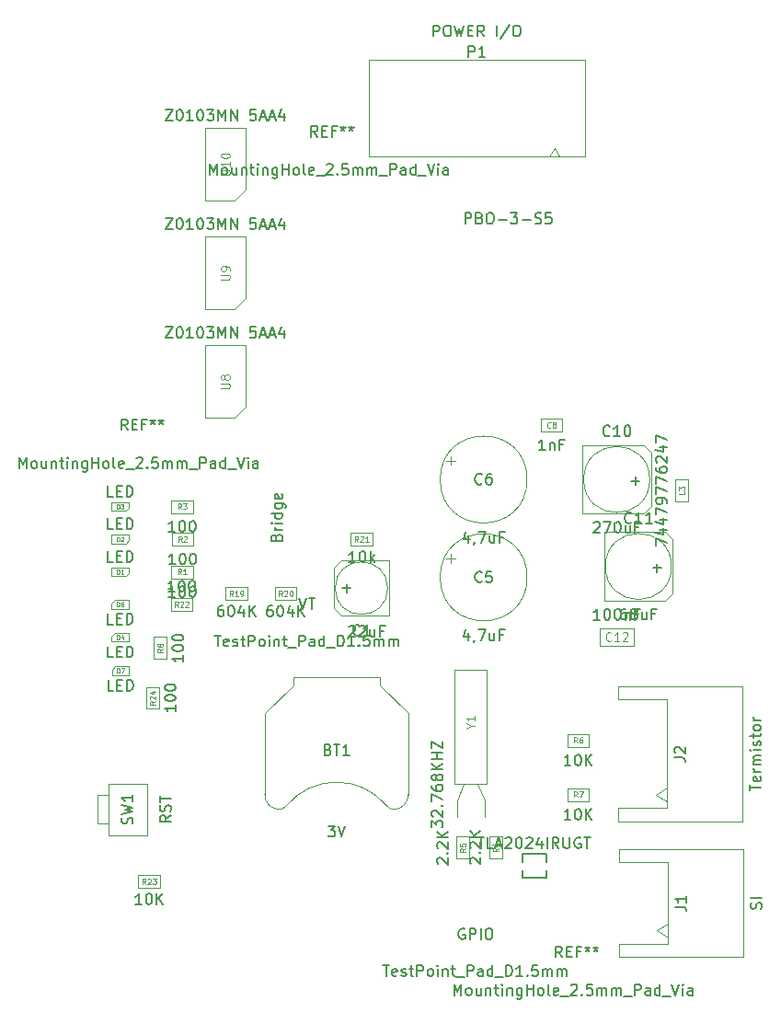
<source format=gbr>
G04 #@! TF.GenerationSoftware,KiCad,Pcbnew,5.0.0-rc2-unknown-bfa8903~65~ubuntu16.04.1*
G04 #@! TF.CreationDate,2018-06-03T14:39:05-05:00*
G04 #@! TF.ProjectId,omega-dock-new,6F6D6567612D646F636B2D6E65772E6B,rev?*
G04 #@! TF.SameCoordinates,Original*
G04 #@! TF.FileFunction,Other,Fab,Top*
%FSLAX46Y46*%
G04 Gerber Fmt 4.6, Leading zero omitted, Abs format (unit mm)*
G04 Created by KiCad (PCBNEW 5.0.0-rc2-unknown-bfa8903~65~ubuntu16.04.1) date Sun Jun  3 14:39:05 2018*
%MOMM*%
%LPD*%
G01*
G04 APERTURE LIST*
%ADD10C,0.100000*%
%ADD11C,0.150000*%
%ADD12C,0.080000*%
%ADD13C,0.120000*%
%ADD14C,0.060000*%
G04 APERTURE END LIST*
D10*
G04 #@! TO.C,C6*
X151750000Y-94000000D02*
G75*
G03X151750000Y-94000000I-4000000J0D01*
G01*
X144323241Y-92252500D02*
X145123241Y-92252500D01*
X144723241Y-91852500D02*
X144723241Y-92652500D01*
G04 #@! TO.C,C8*
X153000000Y-89600000D02*
X153000000Y-88400000D01*
X153000000Y-88400000D02*
X155000000Y-88400000D01*
X155000000Y-88400000D02*
X155000000Y-89600000D01*
X155000000Y-89600000D02*
X153000000Y-89600000D01*
G04 #@! TO.C,C10*
X163041381Y-94000000D02*
G75*
G03X163041381Y-94000000I-3041381J0D01*
G01*
X156850000Y-90850000D02*
X156850000Y-97150000D01*
X162480000Y-90850000D02*
X156850000Y-90850000D01*
X163150000Y-91520000D02*
X162480000Y-90850000D01*
X163150000Y-96480000D02*
X163150000Y-91520000D01*
X162480000Y-97150000D02*
X163150000Y-96480000D01*
X156850000Y-97150000D02*
X162480000Y-97150000D01*
G04 #@! TO.C,U8*
X122150000Y-88350000D02*
X122150000Y-81650000D01*
X125850000Y-81650000D02*
X122150000Y-81650000D01*
X124800000Y-88350000D02*
X122150000Y-88350000D01*
X125850000Y-87300000D02*
X125850000Y-81650000D01*
X125850000Y-87300000D02*
X124800000Y-88350000D01*
G04 #@! TO.C,U9*
X125850000Y-77300000D02*
X124800000Y-78350000D01*
X125850000Y-77300000D02*
X125850000Y-71650000D01*
X124800000Y-78350000D02*
X122150000Y-78350000D01*
X125850000Y-71650000D02*
X122150000Y-71650000D01*
X122150000Y-78350000D02*
X122150000Y-71650000D01*
G04 #@! TO.C,U10*
X125850000Y-67300000D02*
X124800000Y-68350000D01*
X125850000Y-67300000D02*
X125850000Y-61650000D01*
X124800000Y-68350000D02*
X122150000Y-68350000D01*
X125850000Y-61650000D02*
X122150000Y-61650000D01*
X122150000Y-68350000D02*
X122150000Y-61650000D01*
G04 #@! TO.C,C5*
X151750000Y-103000000D02*
G75*
G03X151750000Y-103000000I-4000000J0D01*
G01*
X144323241Y-101252500D02*
X145123241Y-101252500D01*
X144723241Y-100852500D02*
X144723241Y-101652500D01*
G04 #@! TO.C,L3*
X165400000Y-94000000D02*
X166600000Y-94000000D01*
X166600000Y-94000000D02*
X166600000Y-96000000D01*
X166600000Y-96000000D02*
X165400000Y-96000000D01*
X165400000Y-96000000D02*
X165400000Y-94000000D01*
G04 #@! TO.C,R1*
X121000000Y-103100000D02*
X119000000Y-103100000D01*
X121000000Y-101900000D02*
X121000000Y-103100000D01*
X119000000Y-101900000D02*
X121000000Y-101900000D01*
X119000000Y-103100000D02*
X119000000Y-101900000D01*
G04 #@! TO.C,R2*
X119042500Y-100100000D02*
X119042500Y-98900000D01*
X119042500Y-98900000D02*
X121042500Y-98900000D01*
X121042500Y-98900000D02*
X121042500Y-100100000D01*
X121042500Y-100100000D02*
X119042500Y-100100000D01*
G04 #@! TO.C,R3*
X119000000Y-97100000D02*
X119000000Y-95900000D01*
X119000000Y-95900000D02*
X121000000Y-95900000D01*
X121000000Y-95900000D02*
X121000000Y-97100000D01*
X121000000Y-97100000D02*
X119000000Y-97100000D01*
G04 #@! TO.C,C11*
X165041381Y-102000000D02*
G75*
G03X165041381Y-102000000I-3041381J0D01*
G01*
X158850000Y-98850000D02*
X158850000Y-105150000D01*
X164480000Y-98850000D02*
X158850000Y-98850000D01*
X165150000Y-99520000D02*
X164480000Y-98850000D01*
X165150000Y-104480000D02*
X165150000Y-99520000D01*
X164480000Y-105150000D02*
X165150000Y-104480000D01*
X158850000Y-105150000D02*
X164480000Y-105150000D01*
G04 #@! TO.C,C12*
X161600000Y-107700000D02*
X161600000Y-109300000D01*
X161600000Y-109300000D02*
X158400000Y-109300000D01*
X158400000Y-109300000D02*
X158400000Y-107700000D01*
X158400000Y-107700000D02*
X161600000Y-107700000D01*
G04 #@! TO.C,R4*
X148270000Y-128850000D02*
X148270000Y-126850000D01*
X149470000Y-128850000D02*
X148270000Y-128850000D01*
X149470000Y-126850000D02*
X149470000Y-128850000D01*
X148270000Y-126850000D02*
X149470000Y-126850000D01*
G04 #@! TO.C,R5*
X145250000Y-126870000D02*
X146450000Y-126870000D01*
X146450000Y-126870000D02*
X146450000Y-128870000D01*
X146450000Y-128870000D02*
X145250000Y-128870000D01*
X145250000Y-128870000D02*
X145250000Y-126870000D01*
D11*
G04 #@! TO.C,U11*
X153500000Y-129180000D02*
X153500000Y-128480000D01*
X153500000Y-128480000D02*
X151300000Y-128480000D01*
X151300000Y-128480000D02*
X151300000Y-129180000D01*
X151300000Y-129980000D02*
X151300000Y-130680000D01*
X151300000Y-130680000D02*
X153500000Y-130680000D01*
X153500000Y-130680000D02*
X153500000Y-129980000D01*
D10*
G04 #@! TO.C,R6*
X157457500Y-118600000D02*
X155457500Y-118600000D01*
X157457500Y-117400000D02*
X157457500Y-118600000D01*
X155457500Y-117400000D02*
X157457500Y-117400000D01*
X155457500Y-118600000D02*
X155457500Y-117400000D01*
G04 #@! TO.C,R7*
X155457500Y-123600000D02*
X155457500Y-122400000D01*
X155457500Y-122400000D02*
X157457500Y-122400000D01*
X157457500Y-122400000D02*
X157457500Y-123600000D01*
X157457500Y-123600000D02*
X155457500Y-123600000D01*
G04 #@! TO.C,J2*
X171600000Y-119250000D02*
X171600000Y-125450000D01*
X171600000Y-125450000D02*
X160100000Y-125450000D01*
X160100000Y-125450000D02*
X160100000Y-124250000D01*
X160100000Y-124250000D02*
X164600000Y-124250000D01*
X164600000Y-124250000D02*
X164600000Y-119250000D01*
X171600000Y-119250000D02*
X171600000Y-113050000D01*
X171600000Y-113050000D02*
X160100000Y-113050000D01*
X160100000Y-113050000D02*
X160100000Y-114250000D01*
X160100000Y-114250000D02*
X164600000Y-114250000D01*
X164600000Y-114250000D02*
X164600000Y-119250000D01*
X164600000Y-123625000D02*
X163600000Y-123000000D01*
X163600000Y-123000000D02*
X164600000Y-122375000D01*
G04 #@! TO.C,BT1*
X139588013Y-124357558D02*
G75*
G02X138810000Y-124010000I-88013J847558D01*
G01*
X128831987Y-124357558D02*
G75*
G03X129610000Y-124010000I88013J847558D01*
G01*
X138817905Y-124019589D02*
G75*
G03X129610000Y-124010000I-4607905J-3790411D01*
G01*
X140810000Y-122960000D02*
G75*
G02X139510000Y-124360000I-1350000J-50000D01*
G01*
X127610000Y-122960000D02*
G75*
G03X128910000Y-124360000I1350000J-50000D01*
G01*
X140810000Y-115510000D02*
X140810000Y-123010000D01*
X127610000Y-115510000D02*
X127610000Y-123010000D01*
X138210000Y-112910000D02*
X140810000Y-115510000D01*
X130210000Y-112910000D02*
X127610000Y-115510000D01*
X138210000Y-112210000D02*
X138210000Y-112910000D01*
X130210000Y-112210000D02*
X130210000Y-112910000D01*
X130210000Y-112210000D02*
X138210000Y-112210000D01*
G04 #@! TO.C,Y1*
X148050000Y-122050000D02*
X148050000Y-111550000D01*
X148050000Y-111550000D02*
X145050000Y-111550000D01*
X145050000Y-111550000D02*
X145050000Y-122050000D01*
X145050000Y-122050000D02*
X148050000Y-122050000D01*
X147150000Y-122050000D02*
X147820000Y-123550000D01*
X147820000Y-123550000D02*
X147820000Y-125050000D01*
X145950000Y-122050000D02*
X145280000Y-123550000D01*
X145280000Y-123550000D02*
X145280000Y-125050000D01*
G04 #@! TO.C,D6*
X115090000Y-105090000D02*
X113790000Y-105090000D01*
X113790000Y-105090000D02*
X113490000Y-105390000D01*
X113490000Y-105390000D02*
X113490000Y-105890000D01*
X113490000Y-105890000D02*
X115090000Y-105890000D01*
X115090000Y-105890000D02*
X115090000Y-105090000D01*
G04 #@! TO.C,R22*
X120967500Y-104900000D02*
X120967500Y-106100000D01*
X120967500Y-106100000D02*
X118967500Y-106100000D01*
X118967500Y-106100000D02*
X118967500Y-104900000D01*
X118967500Y-104900000D02*
X120967500Y-104900000D01*
G04 #@! TO.C,D1*
X113500000Y-102900000D02*
X114800000Y-102900000D01*
X114800000Y-102900000D02*
X115100000Y-102600000D01*
X115100000Y-102600000D02*
X115100000Y-102100000D01*
X115100000Y-102100000D02*
X113500000Y-102100000D01*
X113500000Y-102100000D02*
X113500000Y-102900000D01*
G04 #@! TO.C,D2*
X113500000Y-99100000D02*
X113500000Y-99900000D01*
X115100000Y-99100000D02*
X113500000Y-99100000D01*
X115100000Y-99600000D02*
X115100000Y-99100000D01*
X114800000Y-99900000D02*
X115100000Y-99600000D01*
X113500000Y-99900000D02*
X114800000Y-99900000D01*
G04 #@! TO.C,D3*
X113500000Y-96900000D02*
X114800000Y-96900000D01*
X114800000Y-96900000D02*
X115100000Y-96600000D01*
X115100000Y-96600000D02*
X115100000Y-96100000D01*
X115100000Y-96100000D02*
X113500000Y-96100000D01*
X113500000Y-96100000D02*
X113500000Y-96900000D01*
G04 #@! TO.C,R19*
X124000000Y-105100000D02*
X124000000Y-103900000D01*
X124000000Y-103900000D02*
X126000000Y-103900000D01*
X126000000Y-103900000D02*
X126000000Y-105100000D01*
X126000000Y-105100000D02*
X124000000Y-105100000D01*
G04 #@! TO.C,C1*
X138918677Y-104000000D02*
G75*
G03X138918677Y-104000000I-2418677J0D01*
G01*
X139010000Y-106490000D02*
X139010000Y-101460000D01*
X134660000Y-106490000D02*
X139010000Y-106490000D01*
X133990000Y-105820000D02*
X134660000Y-106490000D01*
X133990000Y-102130000D02*
X133990000Y-105820000D01*
X134660000Y-101460000D02*
X133990000Y-102130000D01*
X139010000Y-101460000D02*
X134660000Y-101460000D01*
G04 #@! TO.C,R20*
X128532500Y-105100000D02*
X128532500Y-103900000D01*
X128532500Y-103900000D02*
X130532500Y-103900000D01*
X130532500Y-103900000D02*
X130532500Y-105100000D01*
X130532500Y-105100000D02*
X128532500Y-105100000D01*
G04 #@! TO.C,R21*
X137532500Y-100100000D02*
X135532500Y-100100000D01*
X137532500Y-98900000D02*
X137532500Y-100100000D01*
X135532500Y-98900000D02*
X137532500Y-98900000D01*
X135532500Y-100100000D02*
X135532500Y-98900000D01*
G04 #@! TO.C,D4*
X115090000Y-108120000D02*
X113790000Y-108120000D01*
X113790000Y-108120000D02*
X113490000Y-108420000D01*
X113490000Y-108420000D02*
X113490000Y-108920000D01*
X113490000Y-108920000D02*
X115090000Y-108920000D01*
X115090000Y-108920000D02*
X115090000Y-108120000D01*
G04 #@! TO.C,R8*
X118600000Y-110500000D02*
X117400000Y-110500000D01*
X117400000Y-110500000D02*
X117400000Y-108500000D01*
X117400000Y-108500000D02*
X118600000Y-108500000D01*
X118600000Y-108500000D02*
X118600000Y-110500000D01*
G04 #@! TO.C,R23*
X115967500Y-131600000D02*
X115967500Y-130400000D01*
X115967500Y-130400000D02*
X117967500Y-130400000D01*
X117967500Y-130400000D02*
X117967500Y-131600000D01*
X117967500Y-131600000D02*
X115967500Y-131600000D01*
G04 #@! TO.C,SW1*
X112250000Y-125657500D02*
X113250000Y-125657500D01*
X112250000Y-123057500D02*
X113250000Y-123057500D01*
X112250000Y-123057500D02*
X112250000Y-125657500D01*
X116750000Y-122007500D02*
X113250000Y-122007500D01*
X116750000Y-126707500D02*
X113250000Y-126707500D01*
X113250000Y-122007500D02*
X113250000Y-126707500D01*
X116750000Y-122007500D02*
X116750000Y-126707500D01*
G04 #@! TO.C,D7*
X115125000Y-111200000D02*
X113825000Y-111200000D01*
X113825000Y-111200000D02*
X113525000Y-111500000D01*
X113525000Y-111500000D02*
X113525000Y-112000000D01*
X113525000Y-112000000D02*
X115125000Y-112000000D01*
X115125000Y-112000000D02*
X115125000Y-111200000D01*
G04 #@! TO.C,R24*
X117900000Y-115092500D02*
X116700000Y-115092500D01*
X116700000Y-115092500D02*
X116700000Y-113092500D01*
X116700000Y-113092500D02*
X117900000Y-113092500D01*
X117900000Y-113092500D02*
X117900000Y-115092500D01*
G04 #@! TO.C,P1*
X157050000Y-64250000D02*
X157050000Y-55350000D01*
X157050000Y-55350000D02*
X137150000Y-55350000D01*
X137150000Y-55350000D02*
X137150000Y-64250000D01*
X137150000Y-64250000D02*
X157050000Y-64250000D01*
X154750000Y-64250000D02*
X154250000Y-63542893D01*
X154250000Y-63542893D02*
X153750000Y-64250000D01*
G04 #@! TO.C,J1*
X171680000Y-132990000D02*
X171680000Y-137940000D01*
X171680000Y-137940000D02*
X160180000Y-137940000D01*
X160180000Y-137940000D02*
X160180000Y-136740000D01*
X160180000Y-136740000D02*
X164680000Y-136740000D01*
X164680000Y-136740000D02*
X164680000Y-132990000D01*
X171680000Y-132990000D02*
X171680000Y-128040000D01*
X171680000Y-128040000D02*
X160180000Y-128040000D01*
X160180000Y-128040000D02*
X160180000Y-129240000D01*
X160180000Y-129240000D02*
X164680000Y-129240000D01*
X164680000Y-129240000D02*
X164680000Y-132990000D01*
X164680000Y-136115000D02*
X163680000Y-135490000D01*
X163680000Y-135490000D02*
X164680000Y-134865000D01*
G04 #@! TD*
G04 #@! TO.C,C6*
D11*
X146345238Y-99155714D02*
X146345238Y-99822380D01*
X146107142Y-98774761D02*
X145869047Y-99489047D01*
X146488095Y-99489047D01*
X146916666Y-99774761D02*
X146916666Y-99822380D01*
X146869047Y-99917619D01*
X146821428Y-99965238D01*
X147250000Y-98822380D02*
X147916666Y-98822380D01*
X147488095Y-99822380D01*
X148726190Y-99155714D02*
X148726190Y-99822380D01*
X148297619Y-99155714D02*
X148297619Y-99679523D01*
X148345238Y-99774761D01*
X148440476Y-99822380D01*
X148583333Y-99822380D01*
X148678571Y-99774761D01*
X148726190Y-99727142D01*
X149535714Y-99298571D02*
X149202380Y-99298571D01*
X149202380Y-99822380D02*
X149202380Y-98822380D01*
X149678571Y-98822380D01*
X147583333Y-94357142D02*
X147535714Y-94404761D01*
X147392857Y-94452380D01*
X147297619Y-94452380D01*
X147154761Y-94404761D01*
X147059523Y-94309523D01*
X147011904Y-94214285D01*
X146964285Y-94023809D01*
X146964285Y-93880952D01*
X147011904Y-93690476D01*
X147059523Y-93595238D01*
X147154761Y-93500000D01*
X147297619Y-93452380D01*
X147392857Y-93452380D01*
X147535714Y-93500000D01*
X147583333Y-93547619D01*
X148440476Y-93452380D02*
X148250000Y-93452380D01*
X148154761Y-93500000D01*
X148107142Y-93547619D01*
X148011904Y-93690476D01*
X147964285Y-93880952D01*
X147964285Y-94261904D01*
X148011904Y-94357142D01*
X148059523Y-94404761D01*
X148154761Y-94452380D01*
X148345238Y-94452380D01*
X148440476Y-94404761D01*
X148488095Y-94357142D01*
X148535714Y-94261904D01*
X148535714Y-94023809D01*
X148488095Y-93928571D01*
X148440476Y-93880952D01*
X148345238Y-93833333D01*
X148154761Y-93833333D01*
X148059523Y-93880952D01*
X148011904Y-93928571D01*
X147964285Y-94023809D01*
G04 #@! TO.C,C8*
X153404761Y-91302380D02*
X152833333Y-91302380D01*
X153119047Y-91302380D02*
X153119047Y-90302380D01*
X153023809Y-90445238D01*
X152928571Y-90540476D01*
X152833333Y-90588095D01*
X153833333Y-90635714D02*
X153833333Y-91302380D01*
X153833333Y-90730952D02*
X153880952Y-90683333D01*
X153976190Y-90635714D01*
X154119047Y-90635714D01*
X154214285Y-90683333D01*
X154261904Y-90778571D01*
X154261904Y-91302380D01*
X155071428Y-90778571D02*
X154738095Y-90778571D01*
X154738095Y-91302380D02*
X154738095Y-90302380D01*
X155214285Y-90302380D01*
D12*
X153916666Y-89178571D02*
X153892857Y-89202380D01*
X153821428Y-89226190D01*
X153773809Y-89226190D01*
X153702380Y-89202380D01*
X153654761Y-89154761D01*
X153630952Y-89107142D01*
X153607142Y-89011904D01*
X153607142Y-88940476D01*
X153630952Y-88845238D01*
X153654761Y-88797619D01*
X153702380Y-88750000D01*
X153773809Y-88726190D01*
X153821428Y-88726190D01*
X153892857Y-88750000D01*
X153916666Y-88773809D01*
X154202380Y-88940476D02*
X154154761Y-88916666D01*
X154130952Y-88892857D01*
X154107142Y-88845238D01*
X154107142Y-88821428D01*
X154130952Y-88773809D01*
X154154761Y-88750000D01*
X154202380Y-88726190D01*
X154297619Y-88726190D01*
X154345238Y-88750000D01*
X154369047Y-88773809D01*
X154392857Y-88821428D01*
X154392857Y-88845238D01*
X154369047Y-88892857D01*
X154345238Y-88916666D01*
X154297619Y-88940476D01*
X154202380Y-88940476D01*
X154154761Y-88964285D01*
X154130952Y-88988095D01*
X154107142Y-89035714D01*
X154107142Y-89130952D01*
X154130952Y-89178571D01*
X154154761Y-89202380D01*
X154202380Y-89226190D01*
X154297619Y-89226190D01*
X154345238Y-89202380D01*
X154369047Y-89178571D01*
X154392857Y-89130952D01*
X154392857Y-89035714D01*
X154369047Y-88988095D01*
X154345238Y-88964285D01*
X154297619Y-88940476D01*
G04 #@! TO.C,C10*
D11*
X157880952Y-97977619D02*
X157928571Y-97930000D01*
X158023809Y-97882380D01*
X158261904Y-97882380D01*
X158357142Y-97930000D01*
X158404761Y-97977619D01*
X158452380Y-98072857D01*
X158452380Y-98168095D01*
X158404761Y-98310952D01*
X157833333Y-98882380D01*
X158452380Y-98882380D01*
X158785714Y-97882380D02*
X159452380Y-97882380D01*
X159023809Y-98882380D01*
X160023809Y-97882380D02*
X160119047Y-97882380D01*
X160214285Y-97930000D01*
X160261904Y-97977619D01*
X160309523Y-98072857D01*
X160357142Y-98263333D01*
X160357142Y-98501428D01*
X160309523Y-98691904D01*
X160261904Y-98787142D01*
X160214285Y-98834761D01*
X160119047Y-98882380D01*
X160023809Y-98882380D01*
X159928571Y-98834761D01*
X159880952Y-98787142D01*
X159833333Y-98691904D01*
X159785714Y-98501428D01*
X159785714Y-98263333D01*
X159833333Y-98072857D01*
X159880952Y-97977619D01*
X159928571Y-97930000D01*
X160023809Y-97882380D01*
X161214285Y-98215714D02*
X161214285Y-98882380D01*
X160785714Y-98215714D02*
X160785714Y-98739523D01*
X160833333Y-98834761D01*
X160928571Y-98882380D01*
X161071428Y-98882380D01*
X161166666Y-98834761D01*
X161214285Y-98787142D01*
X162023809Y-98358571D02*
X161690476Y-98358571D01*
X161690476Y-98882380D02*
X161690476Y-97882380D01*
X162166666Y-97882380D01*
X161349047Y-94151428D02*
X162110952Y-94151428D01*
X161730000Y-94532380D02*
X161730000Y-93770476D01*
X159357142Y-89927142D02*
X159309523Y-89974761D01*
X159166666Y-90022380D01*
X159071428Y-90022380D01*
X158928571Y-89974761D01*
X158833333Y-89879523D01*
X158785714Y-89784285D01*
X158738095Y-89593809D01*
X158738095Y-89450952D01*
X158785714Y-89260476D01*
X158833333Y-89165238D01*
X158928571Y-89070000D01*
X159071428Y-89022380D01*
X159166666Y-89022380D01*
X159309523Y-89070000D01*
X159357142Y-89117619D01*
X160309523Y-90022380D02*
X159738095Y-90022380D01*
X160023809Y-90022380D02*
X160023809Y-89022380D01*
X159928571Y-89165238D01*
X159833333Y-89260476D01*
X159738095Y-89308095D01*
X160928571Y-89022380D02*
X161023809Y-89022380D01*
X161119047Y-89070000D01*
X161166666Y-89117619D01*
X161214285Y-89212857D01*
X161261904Y-89403333D01*
X161261904Y-89641428D01*
X161214285Y-89831904D01*
X161166666Y-89927142D01*
X161119047Y-89974761D01*
X161023809Y-90022380D01*
X160928571Y-90022380D01*
X160833333Y-89974761D01*
X160785714Y-89927142D01*
X160738095Y-89831904D01*
X160690476Y-89641428D01*
X160690476Y-89403333D01*
X160738095Y-89212857D01*
X160785714Y-89117619D01*
X160833333Y-89070000D01*
X160928571Y-89022380D01*
G04 #@! TO.C,U4*
X146047619Y-70452380D02*
X146047619Y-69452380D01*
X146428571Y-69452380D01*
X146523809Y-69500000D01*
X146571428Y-69547619D01*
X146619047Y-69642857D01*
X146619047Y-69785714D01*
X146571428Y-69880952D01*
X146523809Y-69928571D01*
X146428571Y-69976190D01*
X146047619Y-69976190D01*
X147380952Y-69928571D02*
X147523809Y-69976190D01*
X147571428Y-70023809D01*
X147619047Y-70119047D01*
X147619047Y-70261904D01*
X147571428Y-70357142D01*
X147523809Y-70404761D01*
X147428571Y-70452380D01*
X147047619Y-70452380D01*
X147047619Y-69452380D01*
X147380952Y-69452380D01*
X147476190Y-69500000D01*
X147523809Y-69547619D01*
X147571428Y-69642857D01*
X147571428Y-69738095D01*
X147523809Y-69833333D01*
X147476190Y-69880952D01*
X147380952Y-69928571D01*
X147047619Y-69928571D01*
X148238095Y-69452380D02*
X148428571Y-69452380D01*
X148523809Y-69500000D01*
X148619047Y-69595238D01*
X148666666Y-69785714D01*
X148666666Y-70119047D01*
X148619047Y-70309523D01*
X148523809Y-70404761D01*
X148428571Y-70452380D01*
X148238095Y-70452380D01*
X148142857Y-70404761D01*
X148047619Y-70309523D01*
X148000000Y-70119047D01*
X148000000Y-69785714D01*
X148047619Y-69595238D01*
X148142857Y-69500000D01*
X148238095Y-69452380D01*
X149095238Y-70071428D02*
X149857142Y-70071428D01*
X150238095Y-69452380D02*
X150857142Y-69452380D01*
X150523809Y-69833333D01*
X150666666Y-69833333D01*
X150761904Y-69880952D01*
X150809523Y-69928571D01*
X150857142Y-70023809D01*
X150857142Y-70261904D01*
X150809523Y-70357142D01*
X150761904Y-70404761D01*
X150666666Y-70452380D01*
X150380952Y-70452380D01*
X150285714Y-70404761D01*
X150238095Y-70357142D01*
X151285714Y-70071428D02*
X152047619Y-70071428D01*
X152476190Y-70404761D02*
X152619047Y-70452380D01*
X152857142Y-70452380D01*
X152952380Y-70404761D01*
X153000000Y-70357142D01*
X153047619Y-70261904D01*
X153047619Y-70166666D01*
X153000000Y-70071428D01*
X152952380Y-70023809D01*
X152857142Y-69976190D01*
X152666666Y-69928571D01*
X152571428Y-69880952D01*
X152523809Y-69833333D01*
X152476190Y-69738095D01*
X152476190Y-69642857D01*
X152523809Y-69547619D01*
X152571428Y-69500000D01*
X152666666Y-69452380D01*
X152904761Y-69452380D01*
X153047619Y-69500000D01*
X153952380Y-69452380D02*
X153476190Y-69452380D01*
X153428571Y-69928571D01*
X153476190Y-69880952D01*
X153571428Y-69833333D01*
X153809523Y-69833333D01*
X153904761Y-69880952D01*
X153952380Y-69928571D01*
X154000000Y-70023809D01*
X154000000Y-70261904D01*
X153952380Y-70357142D01*
X153904761Y-70404761D01*
X153809523Y-70452380D01*
X153571428Y-70452380D01*
X153476190Y-70404761D01*
X153428571Y-70357142D01*
G04 #@! TO.C,U8*
X118476190Y-79952380D02*
X119142857Y-79952380D01*
X118476190Y-80952380D01*
X119142857Y-80952380D01*
X119714285Y-79952380D02*
X119809523Y-79952380D01*
X119904761Y-80000000D01*
X119952380Y-80047619D01*
X120000000Y-80142857D01*
X120047619Y-80333333D01*
X120047619Y-80571428D01*
X120000000Y-80761904D01*
X119952380Y-80857142D01*
X119904761Y-80904761D01*
X119809523Y-80952380D01*
X119714285Y-80952380D01*
X119619047Y-80904761D01*
X119571428Y-80857142D01*
X119523809Y-80761904D01*
X119476190Y-80571428D01*
X119476190Y-80333333D01*
X119523809Y-80142857D01*
X119571428Y-80047619D01*
X119619047Y-80000000D01*
X119714285Y-79952380D01*
X121000000Y-80952380D02*
X120428571Y-80952380D01*
X120714285Y-80952380D02*
X120714285Y-79952380D01*
X120619047Y-80095238D01*
X120523809Y-80190476D01*
X120428571Y-80238095D01*
X121619047Y-79952380D02*
X121714285Y-79952380D01*
X121809523Y-80000000D01*
X121857142Y-80047619D01*
X121904761Y-80142857D01*
X121952380Y-80333333D01*
X121952380Y-80571428D01*
X121904761Y-80761904D01*
X121857142Y-80857142D01*
X121809523Y-80904761D01*
X121714285Y-80952380D01*
X121619047Y-80952380D01*
X121523809Y-80904761D01*
X121476190Y-80857142D01*
X121428571Y-80761904D01*
X121380952Y-80571428D01*
X121380952Y-80333333D01*
X121428571Y-80142857D01*
X121476190Y-80047619D01*
X121523809Y-80000000D01*
X121619047Y-79952380D01*
X122285714Y-79952380D02*
X122904761Y-79952380D01*
X122571428Y-80333333D01*
X122714285Y-80333333D01*
X122809523Y-80380952D01*
X122857142Y-80428571D01*
X122904761Y-80523809D01*
X122904761Y-80761904D01*
X122857142Y-80857142D01*
X122809523Y-80904761D01*
X122714285Y-80952380D01*
X122428571Y-80952380D01*
X122333333Y-80904761D01*
X122285714Y-80857142D01*
X123333333Y-80952380D02*
X123333333Y-79952380D01*
X123666666Y-80666666D01*
X124000000Y-79952380D01*
X124000000Y-80952380D01*
X124476190Y-80952380D02*
X124476190Y-79952380D01*
X125047619Y-80952380D01*
X125047619Y-79952380D01*
X126761904Y-79952380D02*
X126285714Y-79952380D01*
X126238095Y-80428571D01*
X126285714Y-80380952D01*
X126380952Y-80333333D01*
X126619047Y-80333333D01*
X126714285Y-80380952D01*
X126761904Y-80428571D01*
X126809523Y-80523809D01*
X126809523Y-80761904D01*
X126761904Y-80857142D01*
X126714285Y-80904761D01*
X126619047Y-80952380D01*
X126380952Y-80952380D01*
X126285714Y-80904761D01*
X126238095Y-80857142D01*
X127190476Y-80666666D02*
X127666666Y-80666666D01*
X127095238Y-80952380D02*
X127428571Y-79952380D01*
X127761904Y-80952380D01*
X128047619Y-80666666D02*
X128523809Y-80666666D01*
X127952380Y-80952380D02*
X128285714Y-79952380D01*
X128619047Y-80952380D01*
X129380952Y-80285714D02*
X129380952Y-80952380D01*
X129142857Y-79904761D02*
X128904761Y-80619047D01*
X129523809Y-80619047D01*
D13*
X123561904Y-85609523D02*
X124209523Y-85609523D01*
X124285714Y-85571428D01*
X124323809Y-85533333D01*
X124361904Y-85457142D01*
X124361904Y-85304761D01*
X124323809Y-85228571D01*
X124285714Y-85190476D01*
X124209523Y-85152380D01*
X123561904Y-85152380D01*
X123904761Y-84657142D02*
X123866666Y-84733333D01*
X123828571Y-84771428D01*
X123752380Y-84809523D01*
X123714285Y-84809523D01*
X123638095Y-84771428D01*
X123600000Y-84733333D01*
X123561904Y-84657142D01*
X123561904Y-84504761D01*
X123600000Y-84428571D01*
X123638095Y-84390476D01*
X123714285Y-84352380D01*
X123752380Y-84352380D01*
X123828571Y-84390476D01*
X123866666Y-84428571D01*
X123904761Y-84504761D01*
X123904761Y-84657142D01*
X123942857Y-84733333D01*
X123980952Y-84771428D01*
X124057142Y-84809523D01*
X124209523Y-84809523D01*
X124285714Y-84771428D01*
X124323809Y-84733333D01*
X124361904Y-84657142D01*
X124361904Y-84504761D01*
X124323809Y-84428571D01*
X124285714Y-84390476D01*
X124209523Y-84352380D01*
X124057142Y-84352380D01*
X123980952Y-84390476D01*
X123942857Y-84428571D01*
X123904761Y-84504761D01*
G04 #@! TO.C,U9*
D11*
X118476190Y-69952380D02*
X119142857Y-69952380D01*
X118476190Y-70952380D01*
X119142857Y-70952380D01*
X119714285Y-69952380D02*
X119809523Y-69952380D01*
X119904761Y-70000000D01*
X119952380Y-70047619D01*
X120000000Y-70142857D01*
X120047619Y-70333333D01*
X120047619Y-70571428D01*
X120000000Y-70761904D01*
X119952380Y-70857142D01*
X119904761Y-70904761D01*
X119809523Y-70952380D01*
X119714285Y-70952380D01*
X119619047Y-70904761D01*
X119571428Y-70857142D01*
X119523809Y-70761904D01*
X119476190Y-70571428D01*
X119476190Y-70333333D01*
X119523809Y-70142857D01*
X119571428Y-70047619D01*
X119619047Y-70000000D01*
X119714285Y-69952380D01*
X121000000Y-70952380D02*
X120428571Y-70952380D01*
X120714285Y-70952380D02*
X120714285Y-69952380D01*
X120619047Y-70095238D01*
X120523809Y-70190476D01*
X120428571Y-70238095D01*
X121619047Y-69952380D02*
X121714285Y-69952380D01*
X121809523Y-70000000D01*
X121857142Y-70047619D01*
X121904761Y-70142857D01*
X121952380Y-70333333D01*
X121952380Y-70571428D01*
X121904761Y-70761904D01*
X121857142Y-70857142D01*
X121809523Y-70904761D01*
X121714285Y-70952380D01*
X121619047Y-70952380D01*
X121523809Y-70904761D01*
X121476190Y-70857142D01*
X121428571Y-70761904D01*
X121380952Y-70571428D01*
X121380952Y-70333333D01*
X121428571Y-70142857D01*
X121476190Y-70047619D01*
X121523809Y-70000000D01*
X121619047Y-69952380D01*
X122285714Y-69952380D02*
X122904761Y-69952380D01*
X122571428Y-70333333D01*
X122714285Y-70333333D01*
X122809523Y-70380952D01*
X122857142Y-70428571D01*
X122904761Y-70523809D01*
X122904761Y-70761904D01*
X122857142Y-70857142D01*
X122809523Y-70904761D01*
X122714285Y-70952380D01*
X122428571Y-70952380D01*
X122333333Y-70904761D01*
X122285714Y-70857142D01*
X123333333Y-70952380D02*
X123333333Y-69952380D01*
X123666666Y-70666666D01*
X124000000Y-69952380D01*
X124000000Y-70952380D01*
X124476190Y-70952380D02*
X124476190Y-69952380D01*
X125047619Y-70952380D01*
X125047619Y-69952380D01*
X126761904Y-69952380D02*
X126285714Y-69952380D01*
X126238095Y-70428571D01*
X126285714Y-70380952D01*
X126380952Y-70333333D01*
X126619047Y-70333333D01*
X126714285Y-70380952D01*
X126761904Y-70428571D01*
X126809523Y-70523809D01*
X126809523Y-70761904D01*
X126761904Y-70857142D01*
X126714285Y-70904761D01*
X126619047Y-70952380D01*
X126380952Y-70952380D01*
X126285714Y-70904761D01*
X126238095Y-70857142D01*
X127190476Y-70666666D02*
X127666666Y-70666666D01*
X127095238Y-70952380D02*
X127428571Y-69952380D01*
X127761904Y-70952380D01*
X128047619Y-70666666D02*
X128523809Y-70666666D01*
X127952380Y-70952380D02*
X128285714Y-69952380D01*
X128619047Y-70952380D01*
X129380952Y-70285714D02*
X129380952Y-70952380D01*
X129142857Y-69904761D02*
X128904761Y-70619047D01*
X129523809Y-70619047D01*
D13*
X123561904Y-75609523D02*
X124209523Y-75609523D01*
X124285714Y-75571428D01*
X124323809Y-75533333D01*
X124361904Y-75457142D01*
X124361904Y-75304761D01*
X124323809Y-75228571D01*
X124285714Y-75190476D01*
X124209523Y-75152380D01*
X123561904Y-75152380D01*
X124361904Y-74733333D02*
X124361904Y-74580952D01*
X124323809Y-74504761D01*
X124285714Y-74466666D01*
X124171428Y-74390476D01*
X124019047Y-74352380D01*
X123714285Y-74352380D01*
X123638095Y-74390476D01*
X123600000Y-74428571D01*
X123561904Y-74504761D01*
X123561904Y-74657142D01*
X123600000Y-74733333D01*
X123638095Y-74771428D01*
X123714285Y-74809523D01*
X123904761Y-74809523D01*
X123980952Y-74771428D01*
X124019047Y-74733333D01*
X124057142Y-74657142D01*
X124057142Y-74504761D01*
X124019047Y-74428571D01*
X123980952Y-74390476D01*
X123904761Y-74352380D01*
G04 #@! TO.C,U10*
D11*
X118476190Y-59952380D02*
X119142857Y-59952380D01*
X118476190Y-60952380D01*
X119142857Y-60952380D01*
X119714285Y-59952380D02*
X119809523Y-59952380D01*
X119904761Y-60000000D01*
X119952380Y-60047619D01*
X120000000Y-60142857D01*
X120047619Y-60333333D01*
X120047619Y-60571428D01*
X120000000Y-60761904D01*
X119952380Y-60857142D01*
X119904761Y-60904761D01*
X119809523Y-60952380D01*
X119714285Y-60952380D01*
X119619047Y-60904761D01*
X119571428Y-60857142D01*
X119523809Y-60761904D01*
X119476190Y-60571428D01*
X119476190Y-60333333D01*
X119523809Y-60142857D01*
X119571428Y-60047619D01*
X119619047Y-60000000D01*
X119714285Y-59952380D01*
X121000000Y-60952380D02*
X120428571Y-60952380D01*
X120714285Y-60952380D02*
X120714285Y-59952380D01*
X120619047Y-60095238D01*
X120523809Y-60190476D01*
X120428571Y-60238095D01*
X121619047Y-59952380D02*
X121714285Y-59952380D01*
X121809523Y-60000000D01*
X121857142Y-60047619D01*
X121904761Y-60142857D01*
X121952380Y-60333333D01*
X121952380Y-60571428D01*
X121904761Y-60761904D01*
X121857142Y-60857142D01*
X121809523Y-60904761D01*
X121714285Y-60952380D01*
X121619047Y-60952380D01*
X121523809Y-60904761D01*
X121476190Y-60857142D01*
X121428571Y-60761904D01*
X121380952Y-60571428D01*
X121380952Y-60333333D01*
X121428571Y-60142857D01*
X121476190Y-60047619D01*
X121523809Y-60000000D01*
X121619047Y-59952380D01*
X122285714Y-59952380D02*
X122904761Y-59952380D01*
X122571428Y-60333333D01*
X122714285Y-60333333D01*
X122809523Y-60380952D01*
X122857142Y-60428571D01*
X122904761Y-60523809D01*
X122904761Y-60761904D01*
X122857142Y-60857142D01*
X122809523Y-60904761D01*
X122714285Y-60952380D01*
X122428571Y-60952380D01*
X122333333Y-60904761D01*
X122285714Y-60857142D01*
X123333333Y-60952380D02*
X123333333Y-59952380D01*
X123666666Y-60666666D01*
X124000000Y-59952380D01*
X124000000Y-60952380D01*
X124476190Y-60952380D02*
X124476190Y-59952380D01*
X125047619Y-60952380D01*
X125047619Y-59952380D01*
X126761904Y-59952380D02*
X126285714Y-59952380D01*
X126238095Y-60428571D01*
X126285714Y-60380952D01*
X126380952Y-60333333D01*
X126619047Y-60333333D01*
X126714285Y-60380952D01*
X126761904Y-60428571D01*
X126809523Y-60523809D01*
X126809523Y-60761904D01*
X126761904Y-60857142D01*
X126714285Y-60904761D01*
X126619047Y-60952380D01*
X126380952Y-60952380D01*
X126285714Y-60904761D01*
X126238095Y-60857142D01*
X127190476Y-60666666D02*
X127666666Y-60666666D01*
X127095238Y-60952380D02*
X127428571Y-59952380D01*
X127761904Y-60952380D01*
X128047619Y-60666666D02*
X128523809Y-60666666D01*
X127952380Y-60952380D02*
X128285714Y-59952380D01*
X128619047Y-60952380D01*
X129380952Y-60285714D02*
X129380952Y-60952380D01*
X129142857Y-59904761D02*
X128904761Y-60619047D01*
X129523809Y-60619047D01*
D13*
X123561904Y-65990476D02*
X124209523Y-65990476D01*
X124285714Y-65952380D01*
X124323809Y-65914285D01*
X124361904Y-65838095D01*
X124361904Y-65685714D01*
X124323809Y-65609523D01*
X124285714Y-65571428D01*
X124209523Y-65533333D01*
X123561904Y-65533333D01*
X124361904Y-64733333D02*
X124361904Y-65190476D01*
X124361904Y-64961904D02*
X123561904Y-64961904D01*
X123676190Y-65038095D01*
X123752380Y-65114285D01*
X123790476Y-65190476D01*
X123561904Y-64238095D02*
X123561904Y-64161904D01*
X123600000Y-64085714D01*
X123638095Y-64047619D01*
X123714285Y-64009523D01*
X123866666Y-63971428D01*
X124057142Y-63971428D01*
X124209523Y-64009523D01*
X124285714Y-64047619D01*
X124323809Y-64085714D01*
X124361904Y-64161904D01*
X124361904Y-64238095D01*
X124323809Y-64314285D01*
X124285714Y-64352380D01*
X124209523Y-64390476D01*
X124057142Y-64428571D01*
X123866666Y-64428571D01*
X123714285Y-64390476D01*
X123638095Y-64352380D01*
X123600000Y-64314285D01*
X123561904Y-64238095D01*
G04 #@! TO.C,C5*
D11*
X146345238Y-108155714D02*
X146345238Y-108822380D01*
X146107142Y-107774761D02*
X145869047Y-108489047D01*
X146488095Y-108489047D01*
X146916666Y-108774761D02*
X146916666Y-108822380D01*
X146869047Y-108917619D01*
X146821428Y-108965238D01*
X147250000Y-107822380D02*
X147916666Y-107822380D01*
X147488095Y-108822380D01*
X148726190Y-108155714D02*
X148726190Y-108822380D01*
X148297619Y-108155714D02*
X148297619Y-108679523D01*
X148345238Y-108774761D01*
X148440476Y-108822380D01*
X148583333Y-108822380D01*
X148678571Y-108774761D01*
X148726190Y-108727142D01*
X149535714Y-108298571D02*
X149202380Y-108298571D01*
X149202380Y-108822380D02*
X149202380Y-107822380D01*
X149678571Y-107822380D01*
X147583333Y-103357142D02*
X147535714Y-103404761D01*
X147392857Y-103452380D01*
X147297619Y-103452380D01*
X147154761Y-103404761D01*
X147059523Y-103309523D01*
X147011904Y-103214285D01*
X146964285Y-103023809D01*
X146964285Y-102880952D01*
X147011904Y-102690476D01*
X147059523Y-102595238D01*
X147154761Y-102500000D01*
X147297619Y-102452380D01*
X147392857Y-102452380D01*
X147535714Y-102500000D01*
X147583333Y-102547619D01*
X148488095Y-102452380D02*
X148011904Y-102452380D01*
X147964285Y-102928571D01*
X148011904Y-102880952D01*
X148107142Y-102833333D01*
X148345238Y-102833333D01*
X148440476Y-102880952D01*
X148488095Y-102928571D01*
X148535714Y-103023809D01*
X148535714Y-103261904D01*
X148488095Y-103357142D01*
X148440476Y-103404761D01*
X148345238Y-103452380D01*
X148107142Y-103452380D01*
X148011904Y-103404761D01*
X147964285Y-103357142D01*
G04 #@! TO.C,L3*
X163602380Y-100095238D02*
X163602380Y-99428571D01*
X164602380Y-99857142D01*
X163935714Y-98619047D02*
X164602380Y-98619047D01*
X163554761Y-98857142D02*
X164269047Y-99095238D01*
X164269047Y-98476190D01*
X163935714Y-97666666D02*
X164602380Y-97666666D01*
X163554761Y-97904761D02*
X164269047Y-98142857D01*
X164269047Y-97523809D01*
X163602380Y-97238095D02*
X163602380Y-96571428D01*
X164602380Y-97000000D01*
X164602380Y-96142857D02*
X164602380Y-95952380D01*
X164554761Y-95857142D01*
X164507142Y-95809523D01*
X164364285Y-95714285D01*
X164173809Y-95666666D01*
X163792857Y-95666666D01*
X163697619Y-95714285D01*
X163650000Y-95761904D01*
X163602380Y-95857142D01*
X163602380Y-96047619D01*
X163650000Y-96142857D01*
X163697619Y-96190476D01*
X163792857Y-96238095D01*
X164030952Y-96238095D01*
X164126190Y-96190476D01*
X164173809Y-96142857D01*
X164221428Y-96047619D01*
X164221428Y-95857142D01*
X164173809Y-95761904D01*
X164126190Y-95714285D01*
X164030952Y-95666666D01*
X163602380Y-95333333D02*
X163602380Y-94666666D01*
X164602380Y-95095238D01*
X163602380Y-94380952D02*
X163602380Y-93714285D01*
X164602380Y-94142857D01*
X163602380Y-92904761D02*
X163602380Y-93095238D01*
X163650000Y-93190476D01*
X163697619Y-93238095D01*
X163840476Y-93333333D01*
X164030952Y-93380952D01*
X164411904Y-93380952D01*
X164507142Y-93333333D01*
X164554761Y-93285714D01*
X164602380Y-93190476D01*
X164602380Y-93000000D01*
X164554761Y-92904761D01*
X164507142Y-92857142D01*
X164411904Y-92809523D01*
X164173809Y-92809523D01*
X164078571Y-92857142D01*
X164030952Y-92904761D01*
X163983333Y-93000000D01*
X163983333Y-93190476D01*
X164030952Y-93285714D01*
X164078571Y-93333333D01*
X164173809Y-93380952D01*
X163697619Y-92428571D02*
X163650000Y-92380952D01*
X163602380Y-92285714D01*
X163602380Y-92047619D01*
X163650000Y-91952380D01*
X163697619Y-91904761D01*
X163792857Y-91857142D01*
X163888095Y-91857142D01*
X164030952Y-91904761D01*
X164602380Y-92476190D01*
X164602380Y-91857142D01*
X163935714Y-91000000D02*
X164602380Y-91000000D01*
X163554761Y-91238095D02*
X164269047Y-91476190D01*
X164269047Y-90857142D01*
X163602380Y-90571428D02*
X163602380Y-89904761D01*
X164602380Y-90333333D01*
D12*
X166226190Y-95083333D02*
X166226190Y-95321428D01*
X165726190Y-95321428D01*
X165726190Y-94964285D02*
X165726190Y-94654761D01*
X165916666Y-94821428D01*
X165916666Y-94750000D01*
X165940476Y-94702380D01*
X165964285Y-94678571D01*
X166011904Y-94654761D01*
X166130952Y-94654761D01*
X166178571Y-94678571D01*
X166202380Y-94702380D01*
X166226190Y-94750000D01*
X166226190Y-94892857D01*
X166202380Y-94940476D01*
X166178571Y-94964285D01*
G04 #@! TO.C,R1*
D11*
X119333333Y-104802380D02*
X118761904Y-104802380D01*
X119047619Y-104802380D02*
X119047619Y-103802380D01*
X118952380Y-103945238D01*
X118857142Y-104040476D01*
X118761904Y-104088095D01*
X119952380Y-103802380D02*
X120047619Y-103802380D01*
X120142857Y-103850000D01*
X120190476Y-103897619D01*
X120238095Y-103992857D01*
X120285714Y-104183333D01*
X120285714Y-104421428D01*
X120238095Y-104611904D01*
X120190476Y-104707142D01*
X120142857Y-104754761D01*
X120047619Y-104802380D01*
X119952380Y-104802380D01*
X119857142Y-104754761D01*
X119809523Y-104707142D01*
X119761904Y-104611904D01*
X119714285Y-104421428D01*
X119714285Y-104183333D01*
X119761904Y-103992857D01*
X119809523Y-103897619D01*
X119857142Y-103850000D01*
X119952380Y-103802380D01*
X120904761Y-103802380D02*
X121000000Y-103802380D01*
X121095238Y-103850000D01*
X121142857Y-103897619D01*
X121190476Y-103992857D01*
X121238095Y-104183333D01*
X121238095Y-104421428D01*
X121190476Y-104611904D01*
X121142857Y-104707142D01*
X121095238Y-104754761D01*
X121000000Y-104802380D01*
X120904761Y-104802380D01*
X120809523Y-104754761D01*
X120761904Y-104707142D01*
X120714285Y-104611904D01*
X120666666Y-104421428D01*
X120666666Y-104183333D01*
X120714285Y-103992857D01*
X120761904Y-103897619D01*
X120809523Y-103850000D01*
X120904761Y-103802380D01*
D12*
X119916666Y-102726190D02*
X119750000Y-102488095D01*
X119630952Y-102726190D02*
X119630952Y-102226190D01*
X119821428Y-102226190D01*
X119869047Y-102250000D01*
X119892857Y-102273809D01*
X119916666Y-102321428D01*
X119916666Y-102392857D01*
X119892857Y-102440476D01*
X119869047Y-102464285D01*
X119821428Y-102488095D01*
X119630952Y-102488095D01*
X120392857Y-102726190D02*
X120107142Y-102726190D01*
X120250000Y-102726190D02*
X120250000Y-102226190D01*
X120202380Y-102297619D01*
X120154761Y-102345238D01*
X120107142Y-102369047D01*
G04 #@! TO.C,R2*
D11*
X119375833Y-101802380D02*
X118804404Y-101802380D01*
X119090119Y-101802380D02*
X119090119Y-100802380D01*
X118994880Y-100945238D01*
X118899642Y-101040476D01*
X118804404Y-101088095D01*
X119994880Y-100802380D02*
X120090119Y-100802380D01*
X120185357Y-100850000D01*
X120232976Y-100897619D01*
X120280595Y-100992857D01*
X120328214Y-101183333D01*
X120328214Y-101421428D01*
X120280595Y-101611904D01*
X120232976Y-101707142D01*
X120185357Y-101754761D01*
X120090119Y-101802380D01*
X119994880Y-101802380D01*
X119899642Y-101754761D01*
X119852023Y-101707142D01*
X119804404Y-101611904D01*
X119756785Y-101421428D01*
X119756785Y-101183333D01*
X119804404Y-100992857D01*
X119852023Y-100897619D01*
X119899642Y-100850000D01*
X119994880Y-100802380D01*
X120947261Y-100802380D02*
X121042500Y-100802380D01*
X121137738Y-100850000D01*
X121185357Y-100897619D01*
X121232976Y-100992857D01*
X121280595Y-101183333D01*
X121280595Y-101421428D01*
X121232976Y-101611904D01*
X121185357Y-101707142D01*
X121137738Y-101754761D01*
X121042500Y-101802380D01*
X120947261Y-101802380D01*
X120852023Y-101754761D01*
X120804404Y-101707142D01*
X120756785Y-101611904D01*
X120709166Y-101421428D01*
X120709166Y-101183333D01*
X120756785Y-100992857D01*
X120804404Y-100897619D01*
X120852023Y-100850000D01*
X120947261Y-100802380D01*
D12*
X119959166Y-99726190D02*
X119792500Y-99488095D01*
X119673452Y-99726190D02*
X119673452Y-99226190D01*
X119863928Y-99226190D01*
X119911547Y-99250000D01*
X119935357Y-99273809D01*
X119959166Y-99321428D01*
X119959166Y-99392857D01*
X119935357Y-99440476D01*
X119911547Y-99464285D01*
X119863928Y-99488095D01*
X119673452Y-99488095D01*
X120149642Y-99273809D02*
X120173452Y-99250000D01*
X120221071Y-99226190D01*
X120340119Y-99226190D01*
X120387738Y-99250000D01*
X120411547Y-99273809D01*
X120435357Y-99321428D01*
X120435357Y-99369047D01*
X120411547Y-99440476D01*
X120125833Y-99726190D01*
X120435357Y-99726190D01*
G04 #@! TO.C,R3*
D11*
X119333333Y-98802380D02*
X118761904Y-98802380D01*
X119047619Y-98802380D02*
X119047619Y-97802380D01*
X118952380Y-97945238D01*
X118857142Y-98040476D01*
X118761904Y-98088095D01*
X119952380Y-97802380D02*
X120047619Y-97802380D01*
X120142857Y-97850000D01*
X120190476Y-97897619D01*
X120238095Y-97992857D01*
X120285714Y-98183333D01*
X120285714Y-98421428D01*
X120238095Y-98611904D01*
X120190476Y-98707142D01*
X120142857Y-98754761D01*
X120047619Y-98802380D01*
X119952380Y-98802380D01*
X119857142Y-98754761D01*
X119809523Y-98707142D01*
X119761904Y-98611904D01*
X119714285Y-98421428D01*
X119714285Y-98183333D01*
X119761904Y-97992857D01*
X119809523Y-97897619D01*
X119857142Y-97850000D01*
X119952380Y-97802380D01*
X120904761Y-97802380D02*
X121000000Y-97802380D01*
X121095238Y-97850000D01*
X121142857Y-97897619D01*
X121190476Y-97992857D01*
X121238095Y-98183333D01*
X121238095Y-98421428D01*
X121190476Y-98611904D01*
X121142857Y-98707142D01*
X121095238Y-98754761D01*
X121000000Y-98802380D01*
X120904761Y-98802380D01*
X120809523Y-98754761D01*
X120761904Y-98707142D01*
X120714285Y-98611904D01*
X120666666Y-98421428D01*
X120666666Y-98183333D01*
X120714285Y-97992857D01*
X120761904Y-97897619D01*
X120809523Y-97850000D01*
X120904761Y-97802380D01*
D12*
X119916666Y-96726190D02*
X119750000Y-96488095D01*
X119630952Y-96726190D02*
X119630952Y-96226190D01*
X119821428Y-96226190D01*
X119869047Y-96250000D01*
X119892857Y-96273809D01*
X119916666Y-96321428D01*
X119916666Y-96392857D01*
X119892857Y-96440476D01*
X119869047Y-96464285D01*
X119821428Y-96488095D01*
X119630952Y-96488095D01*
X120083333Y-96226190D02*
X120392857Y-96226190D01*
X120226190Y-96416666D01*
X120297619Y-96416666D01*
X120345238Y-96440476D01*
X120369047Y-96464285D01*
X120392857Y-96511904D01*
X120392857Y-96630952D01*
X120369047Y-96678571D01*
X120345238Y-96702380D01*
X120297619Y-96726190D01*
X120154761Y-96726190D01*
X120107142Y-96702380D01*
X120083333Y-96678571D01*
G04 #@! TO.C,C11*
D11*
X160833333Y-105882380D02*
X160642857Y-105882380D01*
X160547619Y-105930000D01*
X160500000Y-105977619D01*
X160404761Y-106120476D01*
X160357142Y-106310952D01*
X160357142Y-106691904D01*
X160404761Y-106787142D01*
X160452380Y-106834761D01*
X160547619Y-106882380D01*
X160738095Y-106882380D01*
X160833333Y-106834761D01*
X160880952Y-106787142D01*
X160928571Y-106691904D01*
X160928571Y-106453809D01*
X160880952Y-106358571D01*
X160833333Y-106310952D01*
X160738095Y-106263333D01*
X160547619Y-106263333D01*
X160452380Y-106310952D01*
X160404761Y-106358571D01*
X160357142Y-106453809D01*
X161500000Y-106310952D02*
X161404761Y-106263333D01*
X161357142Y-106215714D01*
X161309523Y-106120476D01*
X161309523Y-106072857D01*
X161357142Y-105977619D01*
X161404761Y-105930000D01*
X161500000Y-105882380D01*
X161690476Y-105882380D01*
X161785714Y-105930000D01*
X161833333Y-105977619D01*
X161880952Y-106072857D01*
X161880952Y-106120476D01*
X161833333Y-106215714D01*
X161785714Y-106263333D01*
X161690476Y-106310952D01*
X161500000Y-106310952D01*
X161404761Y-106358571D01*
X161357142Y-106406190D01*
X161309523Y-106501428D01*
X161309523Y-106691904D01*
X161357142Y-106787142D01*
X161404761Y-106834761D01*
X161500000Y-106882380D01*
X161690476Y-106882380D01*
X161785714Y-106834761D01*
X161833333Y-106787142D01*
X161880952Y-106691904D01*
X161880952Y-106501428D01*
X161833333Y-106406190D01*
X161785714Y-106358571D01*
X161690476Y-106310952D01*
X162738095Y-106215714D02*
X162738095Y-106882380D01*
X162309523Y-106215714D02*
X162309523Y-106739523D01*
X162357142Y-106834761D01*
X162452380Y-106882380D01*
X162595238Y-106882380D01*
X162690476Y-106834761D01*
X162738095Y-106787142D01*
X163547619Y-106358571D02*
X163214285Y-106358571D01*
X163214285Y-106882380D02*
X163214285Y-105882380D01*
X163690476Y-105882380D01*
X163349047Y-102151428D02*
X164110952Y-102151428D01*
X163730000Y-102532380D02*
X163730000Y-101770476D01*
X161357142Y-97927142D02*
X161309523Y-97974761D01*
X161166666Y-98022380D01*
X161071428Y-98022380D01*
X160928571Y-97974761D01*
X160833333Y-97879523D01*
X160785714Y-97784285D01*
X160738095Y-97593809D01*
X160738095Y-97450952D01*
X160785714Y-97260476D01*
X160833333Y-97165238D01*
X160928571Y-97070000D01*
X161071428Y-97022380D01*
X161166666Y-97022380D01*
X161309523Y-97070000D01*
X161357142Y-97117619D01*
X162309523Y-98022380D02*
X161738095Y-98022380D01*
X162023809Y-98022380D02*
X162023809Y-97022380D01*
X161928571Y-97165238D01*
X161833333Y-97260476D01*
X161738095Y-97308095D01*
X163261904Y-98022380D02*
X162690476Y-98022380D01*
X162976190Y-98022380D02*
X162976190Y-97022380D01*
X162880952Y-97165238D01*
X162785714Y-97260476D01*
X162690476Y-97308095D01*
G04 #@! TO.C,C12*
X158452380Y-106902380D02*
X157880952Y-106902380D01*
X158166666Y-106902380D02*
X158166666Y-105902380D01*
X158071428Y-106045238D01*
X157976190Y-106140476D01*
X157880952Y-106188095D01*
X159071428Y-105902380D02*
X159166666Y-105902380D01*
X159261904Y-105950000D01*
X159309523Y-105997619D01*
X159357142Y-106092857D01*
X159404761Y-106283333D01*
X159404761Y-106521428D01*
X159357142Y-106711904D01*
X159309523Y-106807142D01*
X159261904Y-106854761D01*
X159166666Y-106902380D01*
X159071428Y-106902380D01*
X158976190Y-106854761D01*
X158928571Y-106807142D01*
X158880952Y-106711904D01*
X158833333Y-106521428D01*
X158833333Y-106283333D01*
X158880952Y-106092857D01*
X158928571Y-105997619D01*
X158976190Y-105950000D01*
X159071428Y-105902380D01*
X160023809Y-105902380D02*
X160119047Y-105902380D01*
X160214285Y-105950000D01*
X160261904Y-105997619D01*
X160309523Y-106092857D01*
X160357142Y-106283333D01*
X160357142Y-106521428D01*
X160309523Y-106711904D01*
X160261904Y-106807142D01*
X160214285Y-106854761D01*
X160119047Y-106902380D01*
X160023809Y-106902380D01*
X159928571Y-106854761D01*
X159880952Y-106807142D01*
X159833333Y-106711904D01*
X159785714Y-106521428D01*
X159785714Y-106283333D01*
X159833333Y-106092857D01*
X159880952Y-105997619D01*
X159928571Y-105950000D01*
X160023809Y-105902380D01*
X160785714Y-106235714D02*
X160785714Y-106902380D01*
X160785714Y-106330952D02*
X160833333Y-106283333D01*
X160928571Y-106235714D01*
X161071428Y-106235714D01*
X161166666Y-106283333D01*
X161214285Y-106378571D01*
X161214285Y-106902380D01*
X162023809Y-106378571D02*
X161690476Y-106378571D01*
X161690476Y-106902380D02*
X161690476Y-105902380D01*
X162166666Y-105902380D01*
D13*
X159485714Y-108785714D02*
X159447619Y-108823809D01*
X159333333Y-108861904D01*
X159257142Y-108861904D01*
X159142857Y-108823809D01*
X159066666Y-108747619D01*
X159028571Y-108671428D01*
X158990476Y-108519047D01*
X158990476Y-108404761D01*
X159028571Y-108252380D01*
X159066666Y-108176190D01*
X159142857Y-108100000D01*
X159257142Y-108061904D01*
X159333333Y-108061904D01*
X159447619Y-108100000D01*
X159485714Y-108138095D01*
X160247619Y-108861904D02*
X159790476Y-108861904D01*
X160019047Y-108861904D02*
X160019047Y-108061904D01*
X159942857Y-108176190D01*
X159866666Y-108252380D01*
X159790476Y-108290476D01*
X160552380Y-108138095D02*
X160590476Y-108100000D01*
X160666666Y-108061904D01*
X160857142Y-108061904D01*
X160933333Y-108100000D01*
X160971428Y-108138095D01*
X161009523Y-108214285D01*
X161009523Y-108290476D01*
X160971428Y-108404761D01*
X160514285Y-108861904D01*
X161009523Y-108861904D01*
G04 #@! TO.C,R4*
D11*
X146567619Y-129350000D02*
X146520000Y-129302380D01*
X146472380Y-129207142D01*
X146472380Y-128969047D01*
X146520000Y-128873809D01*
X146567619Y-128826190D01*
X146662857Y-128778571D01*
X146758095Y-128778571D01*
X146900952Y-128826190D01*
X147472380Y-129397619D01*
X147472380Y-128778571D01*
X147377142Y-128350000D02*
X147424761Y-128302380D01*
X147472380Y-128350000D01*
X147424761Y-128397619D01*
X147377142Y-128350000D01*
X147472380Y-128350000D01*
X146567619Y-127921428D02*
X146520000Y-127873809D01*
X146472380Y-127778571D01*
X146472380Y-127540476D01*
X146520000Y-127445238D01*
X146567619Y-127397619D01*
X146662857Y-127350000D01*
X146758095Y-127350000D01*
X146900952Y-127397619D01*
X147472380Y-127969047D01*
X147472380Y-127350000D01*
X147472380Y-126921428D02*
X146472380Y-126921428D01*
X147472380Y-126350000D02*
X146900952Y-126778571D01*
X146472380Y-126350000D02*
X147043809Y-126921428D01*
D12*
X149096190Y-127933333D02*
X148858095Y-128100000D01*
X149096190Y-128219047D02*
X148596190Y-128219047D01*
X148596190Y-128028571D01*
X148620000Y-127980952D01*
X148643809Y-127957142D01*
X148691428Y-127933333D01*
X148762857Y-127933333D01*
X148810476Y-127957142D01*
X148834285Y-127980952D01*
X148858095Y-128028571D01*
X148858095Y-128219047D01*
X148762857Y-127504761D02*
X149096190Y-127504761D01*
X148572380Y-127623809D02*
X148929523Y-127742857D01*
X148929523Y-127433333D01*
G04 #@! TO.C,R5*
D11*
X143547619Y-129370000D02*
X143500000Y-129322380D01*
X143452380Y-129227142D01*
X143452380Y-128989047D01*
X143500000Y-128893809D01*
X143547619Y-128846190D01*
X143642857Y-128798571D01*
X143738095Y-128798571D01*
X143880952Y-128846190D01*
X144452380Y-129417619D01*
X144452380Y-128798571D01*
X144357142Y-128370000D02*
X144404761Y-128322380D01*
X144452380Y-128370000D01*
X144404761Y-128417619D01*
X144357142Y-128370000D01*
X144452380Y-128370000D01*
X143547619Y-127941428D02*
X143500000Y-127893809D01*
X143452380Y-127798571D01*
X143452380Y-127560476D01*
X143500000Y-127465238D01*
X143547619Y-127417619D01*
X143642857Y-127370000D01*
X143738095Y-127370000D01*
X143880952Y-127417619D01*
X144452380Y-127989047D01*
X144452380Y-127370000D01*
X144452380Y-126941428D02*
X143452380Y-126941428D01*
X144452380Y-126370000D02*
X143880952Y-126798571D01*
X143452380Y-126370000D02*
X144023809Y-126941428D01*
D12*
X146076190Y-127953333D02*
X145838095Y-128120000D01*
X146076190Y-128239047D02*
X145576190Y-128239047D01*
X145576190Y-128048571D01*
X145600000Y-128000952D01*
X145623809Y-127977142D01*
X145671428Y-127953333D01*
X145742857Y-127953333D01*
X145790476Y-127977142D01*
X145814285Y-128000952D01*
X145838095Y-128048571D01*
X145838095Y-128239047D01*
X145576190Y-127500952D02*
X145576190Y-127739047D01*
X145814285Y-127762857D01*
X145790476Y-127739047D01*
X145766666Y-127691428D01*
X145766666Y-127572380D01*
X145790476Y-127524761D01*
X145814285Y-127500952D01*
X145861904Y-127477142D01*
X145980952Y-127477142D01*
X146028571Y-127500952D01*
X146052380Y-127524761D01*
X146076190Y-127572380D01*
X146076190Y-127691428D01*
X146052380Y-127739047D01*
X146028571Y-127762857D01*
G04 #@! TO.C,U11*
D11*
X147233333Y-126932380D02*
X147804761Y-126932380D01*
X147519047Y-127932380D02*
X147519047Y-126932380D01*
X148614285Y-127932380D02*
X148138095Y-127932380D01*
X148138095Y-126932380D01*
X148900000Y-127646666D02*
X149376190Y-127646666D01*
X148804761Y-127932380D02*
X149138095Y-126932380D01*
X149471428Y-127932380D01*
X149757142Y-127027619D02*
X149804761Y-126980000D01*
X149900000Y-126932380D01*
X150138095Y-126932380D01*
X150233333Y-126980000D01*
X150280952Y-127027619D01*
X150328571Y-127122857D01*
X150328571Y-127218095D01*
X150280952Y-127360952D01*
X149709523Y-127932380D01*
X150328571Y-127932380D01*
X150947619Y-126932380D02*
X151042857Y-126932380D01*
X151138095Y-126980000D01*
X151185714Y-127027619D01*
X151233333Y-127122857D01*
X151280952Y-127313333D01*
X151280952Y-127551428D01*
X151233333Y-127741904D01*
X151185714Y-127837142D01*
X151138095Y-127884761D01*
X151042857Y-127932380D01*
X150947619Y-127932380D01*
X150852380Y-127884761D01*
X150804761Y-127837142D01*
X150757142Y-127741904D01*
X150709523Y-127551428D01*
X150709523Y-127313333D01*
X150757142Y-127122857D01*
X150804761Y-127027619D01*
X150852380Y-126980000D01*
X150947619Y-126932380D01*
X151661904Y-127027619D02*
X151709523Y-126980000D01*
X151804761Y-126932380D01*
X152042857Y-126932380D01*
X152138095Y-126980000D01*
X152185714Y-127027619D01*
X152233333Y-127122857D01*
X152233333Y-127218095D01*
X152185714Y-127360952D01*
X151614285Y-127932380D01*
X152233333Y-127932380D01*
X153090476Y-127265714D02*
X153090476Y-127932380D01*
X152852380Y-126884761D02*
X152614285Y-127599047D01*
X153233333Y-127599047D01*
X153614285Y-127932380D02*
X153614285Y-126932380D01*
X154661904Y-127932380D02*
X154328571Y-127456190D01*
X154090476Y-127932380D02*
X154090476Y-126932380D01*
X154471428Y-126932380D01*
X154566666Y-126980000D01*
X154614285Y-127027619D01*
X154661904Y-127122857D01*
X154661904Y-127265714D01*
X154614285Y-127360952D01*
X154566666Y-127408571D01*
X154471428Y-127456190D01*
X154090476Y-127456190D01*
X155090476Y-126932380D02*
X155090476Y-127741904D01*
X155138095Y-127837142D01*
X155185714Y-127884761D01*
X155280952Y-127932380D01*
X155471428Y-127932380D01*
X155566666Y-127884761D01*
X155614285Y-127837142D01*
X155661904Y-127741904D01*
X155661904Y-126932380D01*
X156661904Y-126980000D02*
X156566666Y-126932380D01*
X156423809Y-126932380D01*
X156280952Y-126980000D01*
X156185714Y-127075238D01*
X156138095Y-127170476D01*
X156090476Y-127360952D01*
X156090476Y-127503809D01*
X156138095Y-127694285D01*
X156185714Y-127789523D01*
X156280952Y-127884761D01*
X156423809Y-127932380D01*
X156519047Y-127932380D01*
X156661904Y-127884761D01*
X156709523Y-127837142D01*
X156709523Y-127503809D01*
X156519047Y-127503809D01*
X156995238Y-126932380D02*
X157566666Y-126932380D01*
X157280952Y-127932380D02*
X157280952Y-126932380D01*
G04 #@! TO.C,R6*
X155767023Y-120302380D02*
X155195595Y-120302380D01*
X155481309Y-120302380D02*
X155481309Y-119302380D01*
X155386071Y-119445238D01*
X155290833Y-119540476D01*
X155195595Y-119588095D01*
X156386071Y-119302380D02*
X156481309Y-119302380D01*
X156576547Y-119350000D01*
X156624166Y-119397619D01*
X156671785Y-119492857D01*
X156719404Y-119683333D01*
X156719404Y-119921428D01*
X156671785Y-120111904D01*
X156624166Y-120207142D01*
X156576547Y-120254761D01*
X156481309Y-120302380D01*
X156386071Y-120302380D01*
X156290833Y-120254761D01*
X156243214Y-120207142D01*
X156195595Y-120111904D01*
X156147976Y-119921428D01*
X156147976Y-119683333D01*
X156195595Y-119492857D01*
X156243214Y-119397619D01*
X156290833Y-119350000D01*
X156386071Y-119302380D01*
X157147976Y-120302380D02*
X157147976Y-119302380D01*
X157719404Y-120302380D02*
X157290833Y-119730952D01*
X157719404Y-119302380D02*
X157147976Y-119873809D01*
D12*
X156374166Y-118226190D02*
X156207500Y-117988095D01*
X156088452Y-118226190D02*
X156088452Y-117726190D01*
X156278928Y-117726190D01*
X156326547Y-117750000D01*
X156350357Y-117773809D01*
X156374166Y-117821428D01*
X156374166Y-117892857D01*
X156350357Y-117940476D01*
X156326547Y-117964285D01*
X156278928Y-117988095D01*
X156088452Y-117988095D01*
X156802738Y-117726190D02*
X156707500Y-117726190D01*
X156659880Y-117750000D01*
X156636071Y-117773809D01*
X156588452Y-117845238D01*
X156564642Y-117940476D01*
X156564642Y-118130952D01*
X156588452Y-118178571D01*
X156612261Y-118202380D01*
X156659880Y-118226190D01*
X156755119Y-118226190D01*
X156802738Y-118202380D01*
X156826547Y-118178571D01*
X156850357Y-118130952D01*
X156850357Y-118011904D01*
X156826547Y-117964285D01*
X156802738Y-117940476D01*
X156755119Y-117916666D01*
X156659880Y-117916666D01*
X156612261Y-117940476D01*
X156588452Y-117964285D01*
X156564642Y-118011904D01*
G04 #@! TO.C,R7*
D11*
X155767023Y-125302380D02*
X155195595Y-125302380D01*
X155481309Y-125302380D02*
X155481309Y-124302380D01*
X155386071Y-124445238D01*
X155290833Y-124540476D01*
X155195595Y-124588095D01*
X156386071Y-124302380D02*
X156481309Y-124302380D01*
X156576547Y-124350000D01*
X156624166Y-124397619D01*
X156671785Y-124492857D01*
X156719404Y-124683333D01*
X156719404Y-124921428D01*
X156671785Y-125111904D01*
X156624166Y-125207142D01*
X156576547Y-125254761D01*
X156481309Y-125302380D01*
X156386071Y-125302380D01*
X156290833Y-125254761D01*
X156243214Y-125207142D01*
X156195595Y-125111904D01*
X156147976Y-124921428D01*
X156147976Y-124683333D01*
X156195595Y-124492857D01*
X156243214Y-124397619D01*
X156290833Y-124350000D01*
X156386071Y-124302380D01*
X157147976Y-125302380D02*
X157147976Y-124302380D01*
X157719404Y-125302380D02*
X157290833Y-124730952D01*
X157719404Y-124302380D02*
X157147976Y-124873809D01*
D12*
X156374166Y-123226190D02*
X156207500Y-122988095D01*
X156088452Y-123226190D02*
X156088452Y-122726190D01*
X156278928Y-122726190D01*
X156326547Y-122750000D01*
X156350357Y-122773809D01*
X156374166Y-122821428D01*
X156374166Y-122892857D01*
X156350357Y-122940476D01*
X156326547Y-122964285D01*
X156278928Y-122988095D01*
X156088452Y-122988095D01*
X156540833Y-122726190D02*
X156874166Y-122726190D01*
X156659880Y-123226190D01*
G04 #@! TO.C,J2*
D11*
X172252380Y-122630952D02*
X172252380Y-122059523D01*
X173252380Y-122345238D02*
X172252380Y-122345238D01*
X173204761Y-121345238D02*
X173252380Y-121440476D01*
X173252380Y-121630952D01*
X173204761Y-121726190D01*
X173109523Y-121773809D01*
X172728571Y-121773809D01*
X172633333Y-121726190D01*
X172585714Y-121630952D01*
X172585714Y-121440476D01*
X172633333Y-121345238D01*
X172728571Y-121297619D01*
X172823809Y-121297619D01*
X172919047Y-121773809D01*
X173252380Y-120869047D02*
X172585714Y-120869047D01*
X172776190Y-120869047D02*
X172680952Y-120821428D01*
X172633333Y-120773809D01*
X172585714Y-120678571D01*
X172585714Y-120583333D01*
X173252380Y-120250000D02*
X172585714Y-120250000D01*
X172680952Y-120250000D02*
X172633333Y-120202380D01*
X172585714Y-120107142D01*
X172585714Y-119964285D01*
X172633333Y-119869047D01*
X172728571Y-119821428D01*
X173252380Y-119821428D01*
X172728571Y-119821428D02*
X172633333Y-119773809D01*
X172585714Y-119678571D01*
X172585714Y-119535714D01*
X172633333Y-119440476D01*
X172728571Y-119392857D01*
X173252380Y-119392857D01*
X173252380Y-118916666D02*
X172585714Y-118916666D01*
X172252380Y-118916666D02*
X172300000Y-118964285D01*
X172347619Y-118916666D01*
X172300000Y-118869047D01*
X172252380Y-118916666D01*
X172347619Y-118916666D01*
X173204761Y-118488095D02*
X173252380Y-118392857D01*
X173252380Y-118202380D01*
X173204761Y-118107142D01*
X173109523Y-118059523D01*
X173061904Y-118059523D01*
X172966666Y-118107142D01*
X172919047Y-118202380D01*
X172919047Y-118345238D01*
X172871428Y-118440476D01*
X172776190Y-118488095D01*
X172728571Y-118488095D01*
X172633333Y-118440476D01*
X172585714Y-118345238D01*
X172585714Y-118202380D01*
X172633333Y-118107142D01*
X172585714Y-117773809D02*
X172585714Y-117392857D01*
X172252380Y-117630952D02*
X173109523Y-117630952D01*
X173204761Y-117583333D01*
X173252380Y-117488095D01*
X173252380Y-117392857D01*
X173252380Y-116916666D02*
X173204761Y-117011904D01*
X173157142Y-117059523D01*
X173061904Y-117107142D01*
X172776190Y-117107142D01*
X172680952Y-117059523D01*
X172633333Y-117011904D01*
X172585714Y-116916666D01*
X172585714Y-116773809D01*
X172633333Y-116678571D01*
X172680952Y-116630952D01*
X172776190Y-116583333D01*
X173061904Y-116583333D01*
X173157142Y-116630952D01*
X173204761Y-116678571D01*
X173252380Y-116773809D01*
X173252380Y-116916666D01*
X173252380Y-116154761D02*
X172585714Y-116154761D01*
X172776190Y-116154761D02*
X172680952Y-116107142D01*
X172633333Y-116059523D01*
X172585714Y-115964285D01*
X172585714Y-115869047D01*
X165302380Y-119583333D02*
X166016666Y-119583333D01*
X166159523Y-119630952D01*
X166254761Y-119726190D01*
X166302380Y-119869047D01*
X166302380Y-119964285D01*
X165397619Y-119154761D02*
X165350000Y-119107142D01*
X165302380Y-119011904D01*
X165302380Y-118773809D01*
X165350000Y-118678571D01*
X165397619Y-118630952D01*
X165492857Y-118583333D01*
X165588095Y-118583333D01*
X165730952Y-118630952D01*
X166302380Y-119202380D01*
X166302380Y-118583333D01*
G04 #@! TO.C,BT1*
X133448095Y-125862380D02*
X134067142Y-125862380D01*
X133733809Y-126243333D01*
X133876666Y-126243333D01*
X133971904Y-126290952D01*
X134019523Y-126338571D01*
X134067142Y-126433809D01*
X134067142Y-126671904D01*
X134019523Y-126767142D01*
X133971904Y-126814761D01*
X133876666Y-126862380D01*
X133590952Y-126862380D01*
X133495714Y-126814761D01*
X133448095Y-126767142D01*
X134352857Y-125862380D02*
X134686190Y-126862380D01*
X135019523Y-125862380D01*
X133424285Y-118838571D02*
X133567142Y-118886190D01*
X133614761Y-118933809D01*
X133662380Y-119029047D01*
X133662380Y-119171904D01*
X133614761Y-119267142D01*
X133567142Y-119314761D01*
X133471904Y-119362380D01*
X133090952Y-119362380D01*
X133090952Y-118362380D01*
X133424285Y-118362380D01*
X133519523Y-118410000D01*
X133567142Y-118457619D01*
X133614761Y-118552857D01*
X133614761Y-118648095D01*
X133567142Y-118743333D01*
X133519523Y-118790952D01*
X133424285Y-118838571D01*
X133090952Y-118838571D01*
X133948095Y-118362380D02*
X134519523Y-118362380D01*
X134233809Y-119362380D02*
X134233809Y-118362380D01*
X135376666Y-119362380D02*
X134805238Y-119362380D01*
X135090952Y-119362380D02*
X135090952Y-118362380D01*
X134995714Y-118505238D01*
X134900476Y-118600476D01*
X134805238Y-118648095D01*
G04 #@! TO.C,Y1*
X142982380Y-126026190D02*
X142982380Y-125407142D01*
X143363333Y-125740476D01*
X143363333Y-125597619D01*
X143410952Y-125502380D01*
X143458571Y-125454761D01*
X143553809Y-125407142D01*
X143791904Y-125407142D01*
X143887142Y-125454761D01*
X143934761Y-125502380D01*
X143982380Y-125597619D01*
X143982380Y-125883333D01*
X143934761Y-125978571D01*
X143887142Y-126026190D01*
X143077619Y-125026190D02*
X143030000Y-124978571D01*
X142982380Y-124883333D01*
X142982380Y-124645238D01*
X143030000Y-124550000D01*
X143077619Y-124502380D01*
X143172857Y-124454761D01*
X143268095Y-124454761D01*
X143410952Y-124502380D01*
X143982380Y-125073809D01*
X143982380Y-124454761D01*
X143887142Y-124026190D02*
X143934761Y-123978571D01*
X143982380Y-124026190D01*
X143934761Y-124073809D01*
X143887142Y-124026190D01*
X143982380Y-124026190D01*
X142982380Y-123645238D02*
X142982380Y-122978571D01*
X143982380Y-123407142D01*
X142982380Y-122169047D02*
X142982380Y-122359523D01*
X143030000Y-122454761D01*
X143077619Y-122502380D01*
X143220476Y-122597619D01*
X143410952Y-122645238D01*
X143791904Y-122645238D01*
X143887142Y-122597619D01*
X143934761Y-122550000D01*
X143982380Y-122454761D01*
X143982380Y-122264285D01*
X143934761Y-122169047D01*
X143887142Y-122121428D01*
X143791904Y-122073809D01*
X143553809Y-122073809D01*
X143458571Y-122121428D01*
X143410952Y-122169047D01*
X143363333Y-122264285D01*
X143363333Y-122454761D01*
X143410952Y-122550000D01*
X143458571Y-122597619D01*
X143553809Y-122645238D01*
X143410952Y-121502380D02*
X143363333Y-121597619D01*
X143315714Y-121645238D01*
X143220476Y-121692857D01*
X143172857Y-121692857D01*
X143077619Y-121645238D01*
X143030000Y-121597619D01*
X142982380Y-121502380D01*
X142982380Y-121311904D01*
X143030000Y-121216666D01*
X143077619Y-121169047D01*
X143172857Y-121121428D01*
X143220476Y-121121428D01*
X143315714Y-121169047D01*
X143363333Y-121216666D01*
X143410952Y-121311904D01*
X143410952Y-121502380D01*
X143458571Y-121597619D01*
X143506190Y-121645238D01*
X143601428Y-121692857D01*
X143791904Y-121692857D01*
X143887142Y-121645238D01*
X143934761Y-121597619D01*
X143982380Y-121502380D01*
X143982380Y-121311904D01*
X143934761Y-121216666D01*
X143887142Y-121169047D01*
X143791904Y-121121428D01*
X143601428Y-121121428D01*
X143506190Y-121169047D01*
X143458571Y-121216666D01*
X143410952Y-121311904D01*
X143982380Y-120692857D02*
X142982380Y-120692857D01*
X143982380Y-120121428D02*
X143410952Y-120550000D01*
X142982380Y-120121428D02*
X143553809Y-120692857D01*
X143982380Y-119692857D02*
X142982380Y-119692857D01*
X143458571Y-119692857D02*
X143458571Y-119121428D01*
X143982380Y-119121428D02*
X142982380Y-119121428D01*
X142982380Y-118740476D02*
X142982380Y-118073809D01*
X143982380Y-118740476D01*
X143982380Y-118073809D01*
D13*
X146550952Y-116680952D02*
X146931904Y-116680952D01*
X146131904Y-116947619D02*
X146550952Y-116680952D01*
X146131904Y-116414285D01*
X146931904Y-115728571D02*
X146931904Y-116185714D01*
X146931904Y-115957142D02*
X146131904Y-115957142D01*
X146246190Y-116033333D01*
X146322380Y-116109523D01*
X146360476Y-116185714D01*
G04 #@! TO.C,D6*
D11*
X113647142Y-107322380D02*
X113170952Y-107322380D01*
X113170952Y-106322380D01*
X113980476Y-106798571D02*
X114313809Y-106798571D01*
X114456666Y-107322380D02*
X113980476Y-107322380D01*
X113980476Y-106322380D01*
X114456666Y-106322380D01*
X114885238Y-107322380D02*
X114885238Y-106322380D01*
X115123333Y-106322380D01*
X115266190Y-106370000D01*
X115361428Y-106465238D01*
X115409047Y-106560476D01*
X115456666Y-106750952D01*
X115456666Y-106893809D01*
X115409047Y-107084285D01*
X115361428Y-107179523D01*
X115266190Y-107274761D01*
X115123333Y-107322380D01*
X114885238Y-107322380D01*
D14*
X113994761Y-105670952D02*
X113994761Y-105270952D01*
X114090000Y-105270952D01*
X114147142Y-105290000D01*
X114185238Y-105328095D01*
X114204285Y-105366190D01*
X114223333Y-105442380D01*
X114223333Y-105499523D01*
X114204285Y-105575714D01*
X114185238Y-105613809D01*
X114147142Y-105651904D01*
X114090000Y-105670952D01*
X113994761Y-105670952D01*
X114566190Y-105270952D02*
X114490000Y-105270952D01*
X114451904Y-105290000D01*
X114432857Y-105309047D01*
X114394761Y-105366190D01*
X114375714Y-105442380D01*
X114375714Y-105594761D01*
X114394761Y-105632857D01*
X114413809Y-105651904D01*
X114451904Y-105670952D01*
X114528095Y-105670952D01*
X114566190Y-105651904D01*
X114585238Y-105632857D01*
X114604285Y-105594761D01*
X114604285Y-105499523D01*
X114585238Y-105461428D01*
X114566190Y-105442380D01*
X114528095Y-105423333D01*
X114451904Y-105423333D01*
X114413809Y-105442380D01*
X114394761Y-105461428D01*
X114375714Y-105499523D01*
G04 #@! TO.C,R22*
D11*
X119300833Y-104302380D02*
X118729404Y-104302380D01*
X119015119Y-104302380D02*
X119015119Y-103302380D01*
X118919880Y-103445238D01*
X118824642Y-103540476D01*
X118729404Y-103588095D01*
X119919880Y-103302380D02*
X120015119Y-103302380D01*
X120110357Y-103350000D01*
X120157976Y-103397619D01*
X120205595Y-103492857D01*
X120253214Y-103683333D01*
X120253214Y-103921428D01*
X120205595Y-104111904D01*
X120157976Y-104207142D01*
X120110357Y-104254761D01*
X120015119Y-104302380D01*
X119919880Y-104302380D01*
X119824642Y-104254761D01*
X119777023Y-104207142D01*
X119729404Y-104111904D01*
X119681785Y-103921428D01*
X119681785Y-103683333D01*
X119729404Y-103492857D01*
X119777023Y-103397619D01*
X119824642Y-103350000D01*
X119919880Y-103302380D01*
X120872261Y-103302380D02*
X120967500Y-103302380D01*
X121062738Y-103350000D01*
X121110357Y-103397619D01*
X121157976Y-103492857D01*
X121205595Y-103683333D01*
X121205595Y-103921428D01*
X121157976Y-104111904D01*
X121110357Y-104207142D01*
X121062738Y-104254761D01*
X120967500Y-104302380D01*
X120872261Y-104302380D01*
X120777023Y-104254761D01*
X120729404Y-104207142D01*
X120681785Y-104111904D01*
X120634166Y-103921428D01*
X120634166Y-103683333D01*
X120681785Y-103492857D01*
X120729404Y-103397619D01*
X120777023Y-103350000D01*
X120872261Y-103302380D01*
D12*
X119646071Y-105726190D02*
X119479404Y-105488095D01*
X119360357Y-105726190D02*
X119360357Y-105226190D01*
X119550833Y-105226190D01*
X119598452Y-105250000D01*
X119622261Y-105273809D01*
X119646071Y-105321428D01*
X119646071Y-105392857D01*
X119622261Y-105440476D01*
X119598452Y-105464285D01*
X119550833Y-105488095D01*
X119360357Y-105488095D01*
X119836547Y-105273809D02*
X119860357Y-105250000D01*
X119907976Y-105226190D01*
X120027023Y-105226190D01*
X120074642Y-105250000D01*
X120098452Y-105273809D01*
X120122261Y-105321428D01*
X120122261Y-105369047D01*
X120098452Y-105440476D01*
X119812738Y-105726190D01*
X120122261Y-105726190D01*
X120312738Y-105273809D02*
X120336547Y-105250000D01*
X120384166Y-105226190D01*
X120503214Y-105226190D01*
X120550833Y-105250000D01*
X120574642Y-105273809D01*
X120598452Y-105321428D01*
X120598452Y-105369047D01*
X120574642Y-105440476D01*
X120288928Y-105726190D01*
X120598452Y-105726190D01*
G04 #@! TO.C,D1*
D11*
X113657142Y-101572380D02*
X113180952Y-101572380D01*
X113180952Y-100572380D01*
X113990476Y-101048571D02*
X114323809Y-101048571D01*
X114466666Y-101572380D02*
X113990476Y-101572380D01*
X113990476Y-100572380D01*
X114466666Y-100572380D01*
X114895238Y-101572380D02*
X114895238Y-100572380D01*
X115133333Y-100572380D01*
X115276190Y-100620000D01*
X115371428Y-100715238D01*
X115419047Y-100810476D01*
X115466666Y-101000952D01*
X115466666Y-101143809D01*
X115419047Y-101334285D01*
X115371428Y-101429523D01*
X115276190Y-101524761D01*
X115133333Y-101572380D01*
X114895238Y-101572380D01*
D14*
X114004761Y-102680952D02*
X114004761Y-102280952D01*
X114100000Y-102280952D01*
X114157142Y-102300000D01*
X114195238Y-102338095D01*
X114214285Y-102376190D01*
X114233333Y-102452380D01*
X114233333Y-102509523D01*
X114214285Y-102585714D01*
X114195238Y-102623809D01*
X114157142Y-102661904D01*
X114100000Y-102680952D01*
X114004761Y-102680952D01*
X114614285Y-102680952D02*
X114385714Y-102680952D01*
X114500000Y-102680952D02*
X114500000Y-102280952D01*
X114461904Y-102338095D01*
X114423809Y-102376190D01*
X114385714Y-102395238D01*
G04 #@! TO.C,D2*
D11*
X113657142Y-98572380D02*
X113180952Y-98572380D01*
X113180952Y-97572380D01*
X113990476Y-98048571D02*
X114323809Y-98048571D01*
X114466666Y-98572380D02*
X113990476Y-98572380D01*
X113990476Y-97572380D01*
X114466666Y-97572380D01*
X114895238Y-98572380D02*
X114895238Y-97572380D01*
X115133333Y-97572380D01*
X115276190Y-97620000D01*
X115371428Y-97715238D01*
X115419047Y-97810476D01*
X115466666Y-98000952D01*
X115466666Y-98143809D01*
X115419047Y-98334285D01*
X115371428Y-98429523D01*
X115276190Y-98524761D01*
X115133333Y-98572380D01*
X114895238Y-98572380D01*
D14*
X114004761Y-99680952D02*
X114004761Y-99280952D01*
X114100000Y-99280952D01*
X114157142Y-99300000D01*
X114195238Y-99338095D01*
X114214285Y-99376190D01*
X114233333Y-99452380D01*
X114233333Y-99509523D01*
X114214285Y-99585714D01*
X114195238Y-99623809D01*
X114157142Y-99661904D01*
X114100000Y-99680952D01*
X114004761Y-99680952D01*
X114385714Y-99319047D02*
X114404761Y-99300000D01*
X114442857Y-99280952D01*
X114538095Y-99280952D01*
X114576190Y-99300000D01*
X114595238Y-99319047D01*
X114614285Y-99357142D01*
X114614285Y-99395238D01*
X114595238Y-99452380D01*
X114366666Y-99680952D01*
X114614285Y-99680952D01*
G04 #@! TO.C,D3*
D11*
X113657142Y-95572380D02*
X113180952Y-95572380D01*
X113180952Y-94572380D01*
X113990476Y-95048571D02*
X114323809Y-95048571D01*
X114466666Y-95572380D02*
X113990476Y-95572380D01*
X113990476Y-94572380D01*
X114466666Y-94572380D01*
X114895238Y-95572380D02*
X114895238Y-94572380D01*
X115133333Y-94572380D01*
X115276190Y-94620000D01*
X115371428Y-94715238D01*
X115419047Y-94810476D01*
X115466666Y-95000952D01*
X115466666Y-95143809D01*
X115419047Y-95334285D01*
X115371428Y-95429523D01*
X115276190Y-95524761D01*
X115133333Y-95572380D01*
X114895238Y-95572380D01*
D14*
X114004761Y-96680952D02*
X114004761Y-96280952D01*
X114100000Y-96280952D01*
X114157142Y-96300000D01*
X114195238Y-96338095D01*
X114214285Y-96376190D01*
X114233333Y-96452380D01*
X114233333Y-96509523D01*
X114214285Y-96585714D01*
X114195238Y-96623809D01*
X114157142Y-96661904D01*
X114100000Y-96680952D01*
X114004761Y-96680952D01*
X114366666Y-96280952D02*
X114614285Y-96280952D01*
X114480952Y-96433333D01*
X114538095Y-96433333D01*
X114576190Y-96452380D01*
X114595238Y-96471428D01*
X114614285Y-96509523D01*
X114614285Y-96604761D01*
X114595238Y-96642857D01*
X114576190Y-96661904D01*
X114538095Y-96680952D01*
X114423809Y-96680952D01*
X114385714Y-96661904D01*
X114366666Y-96642857D01*
G04 #@! TO.C,R19*
D11*
X123738095Y-105602380D02*
X123547619Y-105602380D01*
X123452380Y-105650000D01*
X123404761Y-105697619D01*
X123309523Y-105840476D01*
X123261904Y-106030952D01*
X123261904Y-106411904D01*
X123309523Y-106507142D01*
X123357142Y-106554761D01*
X123452380Y-106602380D01*
X123642857Y-106602380D01*
X123738095Y-106554761D01*
X123785714Y-106507142D01*
X123833333Y-106411904D01*
X123833333Y-106173809D01*
X123785714Y-106078571D01*
X123738095Y-106030952D01*
X123642857Y-105983333D01*
X123452380Y-105983333D01*
X123357142Y-106030952D01*
X123309523Y-106078571D01*
X123261904Y-106173809D01*
X124452380Y-105602380D02*
X124547619Y-105602380D01*
X124642857Y-105650000D01*
X124690476Y-105697619D01*
X124738095Y-105792857D01*
X124785714Y-105983333D01*
X124785714Y-106221428D01*
X124738095Y-106411904D01*
X124690476Y-106507142D01*
X124642857Y-106554761D01*
X124547619Y-106602380D01*
X124452380Y-106602380D01*
X124357142Y-106554761D01*
X124309523Y-106507142D01*
X124261904Y-106411904D01*
X124214285Y-106221428D01*
X124214285Y-105983333D01*
X124261904Y-105792857D01*
X124309523Y-105697619D01*
X124357142Y-105650000D01*
X124452380Y-105602380D01*
X125642857Y-105935714D02*
X125642857Y-106602380D01*
X125404761Y-105554761D02*
X125166666Y-106269047D01*
X125785714Y-106269047D01*
X126166666Y-106602380D02*
X126166666Y-105602380D01*
X126738095Y-106602380D02*
X126309523Y-106030952D01*
X126738095Y-105602380D02*
X126166666Y-106173809D01*
D12*
X124678571Y-104726190D02*
X124511904Y-104488095D01*
X124392857Y-104726190D02*
X124392857Y-104226190D01*
X124583333Y-104226190D01*
X124630952Y-104250000D01*
X124654761Y-104273809D01*
X124678571Y-104321428D01*
X124678571Y-104392857D01*
X124654761Y-104440476D01*
X124630952Y-104464285D01*
X124583333Y-104488095D01*
X124392857Y-104488095D01*
X125154761Y-104726190D02*
X124869047Y-104726190D01*
X125011904Y-104726190D02*
X125011904Y-104226190D01*
X124964285Y-104297619D01*
X124916666Y-104345238D01*
X124869047Y-104369047D01*
X125392857Y-104726190D02*
X125488095Y-104726190D01*
X125535714Y-104702380D01*
X125559523Y-104678571D01*
X125607142Y-104607142D01*
X125630952Y-104511904D01*
X125630952Y-104321428D01*
X125607142Y-104273809D01*
X125583333Y-104250000D01*
X125535714Y-104226190D01*
X125440476Y-104226190D01*
X125392857Y-104250000D01*
X125369047Y-104273809D01*
X125345238Y-104321428D01*
X125345238Y-104440476D01*
X125369047Y-104488095D01*
X125392857Y-104511904D01*
X125440476Y-104535714D01*
X125535714Y-104535714D01*
X125583333Y-104511904D01*
X125607142Y-104488095D01*
X125630952Y-104440476D01*
G04 #@! TO.C,C1*
D11*
X135357142Y-107547619D02*
X135404761Y-107500000D01*
X135500000Y-107452380D01*
X135738095Y-107452380D01*
X135833333Y-107500000D01*
X135880952Y-107547619D01*
X135928571Y-107642857D01*
X135928571Y-107738095D01*
X135880952Y-107880952D01*
X135309523Y-108452380D01*
X135928571Y-108452380D01*
X136309523Y-107547619D02*
X136357142Y-107500000D01*
X136452380Y-107452380D01*
X136690476Y-107452380D01*
X136785714Y-107500000D01*
X136833333Y-107547619D01*
X136880952Y-107642857D01*
X136880952Y-107738095D01*
X136833333Y-107880952D01*
X136261904Y-108452380D01*
X136880952Y-108452380D01*
X137738095Y-107785714D02*
X137738095Y-108452380D01*
X137309523Y-107785714D02*
X137309523Y-108309523D01*
X137357142Y-108404761D01*
X137452380Y-108452380D01*
X137595238Y-108452380D01*
X137690476Y-108404761D01*
X137738095Y-108357142D01*
X138547619Y-107928571D02*
X138214285Y-107928571D01*
X138214285Y-108452380D02*
X138214285Y-107452380D01*
X138690476Y-107452380D01*
X134749047Y-103991428D02*
X135510952Y-103991428D01*
X135130000Y-104372380D02*
X135130000Y-103610476D01*
X136333333Y-108277142D02*
X136285714Y-108324761D01*
X136142857Y-108372380D01*
X136047619Y-108372380D01*
X135904761Y-108324761D01*
X135809523Y-108229523D01*
X135761904Y-108134285D01*
X135714285Y-107943809D01*
X135714285Y-107800952D01*
X135761904Y-107610476D01*
X135809523Y-107515238D01*
X135904761Y-107420000D01*
X136047619Y-107372380D01*
X136142857Y-107372380D01*
X136285714Y-107420000D01*
X136333333Y-107467619D01*
X137285714Y-108372380D02*
X136714285Y-108372380D01*
X137000000Y-108372380D02*
X137000000Y-107372380D01*
X136904761Y-107515238D01*
X136809523Y-107610476D01*
X136714285Y-107658095D01*
G04 #@! TO.C,D5*
X128678571Y-99309523D02*
X128726190Y-99166666D01*
X128773809Y-99119047D01*
X128869047Y-99071428D01*
X129011904Y-99071428D01*
X129107142Y-99119047D01*
X129154761Y-99166666D01*
X129202380Y-99261904D01*
X129202380Y-99642857D01*
X128202380Y-99642857D01*
X128202380Y-99309523D01*
X128250000Y-99214285D01*
X128297619Y-99166666D01*
X128392857Y-99119047D01*
X128488095Y-99119047D01*
X128583333Y-99166666D01*
X128630952Y-99214285D01*
X128678571Y-99309523D01*
X128678571Y-99642857D01*
X129202380Y-98642857D02*
X128535714Y-98642857D01*
X128726190Y-98642857D02*
X128630952Y-98595238D01*
X128583333Y-98547619D01*
X128535714Y-98452380D01*
X128535714Y-98357142D01*
X129202380Y-98023809D02*
X128535714Y-98023809D01*
X128202380Y-98023809D02*
X128250000Y-98071428D01*
X128297619Y-98023809D01*
X128250000Y-97976190D01*
X128202380Y-98023809D01*
X128297619Y-98023809D01*
X129202380Y-97119047D02*
X128202380Y-97119047D01*
X129154761Y-97119047D02*
X129202380Y-97214285D01*
X129202380Y-97404761D01*
X129154761Y-97500000D01*
X129107142Y-97547619D01*
X129011904Y-97595238D01*
X128726190Y-97595238D01*
X128630952Y-97547619D01*
X128583333Y-97500000D01*
X128535714Y-97404761D01*
X128535714Y-97214285D01*
X128583333Y-97119047D01*
X128535714Y-96214285D02*
X129345238Y-96214285D01*
X129440476Y-96261904D01*
X129488095Y-96309523D01*
X129535714Y-96404761D01*
X129535714Y-96547619D01*
X129488095Y-96642857D01*
X129154761Y-96214285D02*
X129202380Y-96309523D01*
X129202380Y-96500000D01*
X129154761Y-96595238D01*
X129107142Y-96642857D01*
X129011904Y-96690476D01*
X128726190Y-96690476D01*
X128630952Y-96642857D01*
X128583333Y-96595238D01*
X128535714Y-96500000D01*
X128535714Y-96309523D01*
X128583333Y-96214285D01*
X129154761Y-95357142D02*
X129202380Y-95452380D01*
X129202380Y-95642857D01*
X129154761Y-95738095D01*
X129059523Y-95785714D01*
X128678571Y-95785714D01*
X128583333Y-95738095D01*
X128535714Y-95642857D01*
X128535714Y-95452380D01*
X128583333Y-95357142D01*
X128678571Y-95309523D01*
X128773809Y-95309523D01*
X128869047Y-95785714D01*
G04 #@! TO.C,R20*
X128270595Y-105602380D02*
X128080119Y-105602380D01*
X127984880Y-105650000D01*
X127937261Y-105697619D01*
X127842023Y-105840476D01*
X127794404Y-106030952D01*
X127794404Y-106411904D01*
X127842023Y-106507142D01*
X127889642Y-106554761D01*
X127984880Y-106602380D01*
X128175357Y-106602380D01*
X128270595Y-106554761D01*
X128318214Y-106507142D01*
X128365833Y-106411904D01*
X128365833Y-106173809D01*
X128318214Y-106078571D01*
X128270595Y-106030952D01*
X128175357Y-105983333D01*
X127984880Y-105983333D01*
X127889642Y-106030952D01*
X127842023Y-106078571D01*
X127794404Y-106173809D01*
X128984880Y-105602380D02*
X129080119Y-105602380D01*
X129175357Y-105650000D01*
X129222976Y-105697619D01*
X129270595Y-105792857D01*
X129318214Y-105983333D01*
X129318214Y-106221428D01*
X129270595Y-106411904D01*
X129222976Y-106507142D01*
X129175357Y-106554761D01*
X129080119Y-106602380D01*
X128984880Y-106602380D01*
X128889642Y-106554761D01*
X128842023Y-106507142D01*
X128794404Y-106411904D01*
X128746785Y-106221428D01*
X128746785Y-105983333D01*
X128794404Y-105792857D01*
X128842023Y-105697619D01*
X128889642Y-105650000D01*
X128984880Y-105602380D01*
X130175357Y-105935714D02*
X130175357Y-106602380D01*
X129937261Y-105554761D02*
X129699166Y-106269047D01*
X130318214Y-106269047D01*
X130699166Y-106602380D02*
X130699166Y-105602380D01*
X131270595Y-106602380D02*
X130842023Y-106030952D01*
X131270595Y-105602380D02*
X130699166Y-106173809D01*
D12*
X129211071Y-104726190D02*
X129044404Y-104488095D01*
X128925357Y-104726190D02*
X128925357Y-104226190D01*
X129115833Y-104226190D01*
X129163452Y-104250000D01*
X129187261Y-104273809D01*
X129211071Y-104321428D01*
X129211071Y-104392857D01*
X129187261Y-104440476D01*
X129163452Y-104464285D01*
X129115833Y-104488095D01*
X128925357Y-104488095D01*
X129401547Y-104273809D02*
X129425357Y-104250000D01*
X129472976Y-104226190D01*
X129592023Y-104226190D01*
X129639642Y-104250000D01*
X129663452Y-104273809D01*
X129687261Y-104321428D01*
X129687261Y-104369047D01*
X129663452Y-104440476D01*
X129377738Y-104726190D01*
X129687261Y-104726190D01*
X129996785Y-104226190D02*
X130044404Y-104226190D01*
X130092023Y-104250000D01*
X130115833Y-104273809D01*
X130139642Y-104321428D01*
X130163452Y-104416666D01*
X130163452Y-104535714D01*
X130139642Y-104630952D01*
X130115833Y-104678571D01*
X130092023Y-104702380D01*
X130044404Y-104726190D01*
X129996785Y-104726190D01*
X129949166Y-104702380D01*
X129925357Y-104678571D01*
X129901547Y-104630952D01*
X129877738Y-104535714D01*
X129877738Y-104416666D01*
X129901547Y-104321428D01*
X129925357Y-104273809D01*
X129949166Y-104250000D01*
X129996785Y-104226190D01*
G04 #@! TO.C,R21*
D11*
X135937261Y-101602380D02*
X135365833Y-101602380D01*
X135651547Y-101602380D02*
X135651547Y-100602380D01*
X135556309Y-100745238D01*
X135461071Y-100840476D01*
X135365833Y-100888095D01*
X136556309Y-100602380D02*
X136651547Y-100602380D01*
X136746785Y-100650000D01*
X136794404Y-100697619D01*
X136842023Y-100792857D01*
X136889642Y-100983333D01*
X136889642Y-101221428D01*
X136842023Y-101411904D01*
X136794404Y-101507142D01*
X136746785Y-101554761D01*
X136651547Y-101602380D01*
X136556309Y-101602380D01*
X136461071Y-101554761D01*
X136413452Y-101507142D01*
X136365833Y-101411904D01*
X136318214Y-101221428D01*
X136318214Y-100983333D01*
X136365833Y-100792857D01*
X136413452Y-100697619D01*
X136461071Y-100650000D01*
X136556309Y-100602380D01*
X137318214Y-101602380D02*
X137318214Y-100602380D01*
X137413452Y-101221428D02*
X137699166Y-101602380D01*
X137699166Y-100935714D02*
X137318214Y-101316666D01*
D12*
X136211071Y-99726190D02*
X136044404Y-99488095D01*
X135925357Y-99726190D02*
X135925357Y-99226190D01*
X136115833Y-99226190D01*
X136163452Y-99250000D01*
X136187261Y-99273809D01*
X136211071Y-99321428D01*
X136211071Y-99392857D01*
X136187261Y-99440476D01*
X136163452Y-99464285D01*
X136115833Y-99488095D01*
X135925357Y-99488095D01*
X136401547Y-99273809D02*
X136425357Y-99250000D01*
X136472976Y-99226190D01*
X136592023Y-99226190D01*
X136639642Y-99250000D01*
X136663452Y-99273809D01*
X136687261Y-99321428D01*
X136687261Y-99369047D01*
X136663452Y-99440476D01*
X136377738Y-99726190D01*
X136687261Y-99726190D01*
X137163452Y-99726190D02*
X136877738Y-99726190D01*
X137020595Y-99726190D02*
X137020595Y-99226190D01*
X136972976Y-99297619D01*
X136925357Y-99345238D01*
X136877738Y-99369047D01*
G04 #@! TO.C,REF\002A\002A*
D11*
X105023809Y-92952380D02*
X105023809Y-91952380D01*
X105357142Y-92666666D01*
X105690476Y-91952380D01*
X105690476Y-92952380D01*
X106309523Y-92952380D02*
X106214285Y-92904761D01*
X106166666Y-92857142D01*
X106119047Y-92761904D01*
X106119047Y-92476190D01*
X106166666Y-92380952D01*
X106214285Y-92333333D01*
X106309523Y-92285714D01*
X106452380Y-92285714D01*
X106547619Y-92333333D01*
X106595238Y-92380952D01*
X106642857Y-92476190D01*
X106642857Y-92761904D01*
X106595238Y-92857142D01*
X106547619Y-92904761D01*
X106452380Y-92952380D01*
X106309523Y-92952380D01*
X107500000Y-92285714D02*
X107500000Y-92952380D01*
X107071428Y-92285714D02*
X107071428Y-92809523D01*
X107119047Y-92904761D01*
X107214285Y-92952380D01*
X107357142Y-92952380D01*
X107452380Y-92904761D01*
X107500000Y-92857142D01*
X107976190Y-92285714D02*
X107976190Y-92952380D01*
X107976190Y-92380952D02*
X108023809Y-92333333D01*
X108119047Y-92285714D01*
X108261904Y-92285714D01*
X108357142Y-92333333D01*
X108404761Y-92428571D01*
X108404761Y-92952380D01*
X108738095Y-92285714D02*
X109119047Y-92285714D01*
X108880952Y-91952380D02*
X108880952Y-92809523D01*
X108928571Y-92904761D01*
X109023809Y-92952380D01*
X109119047Y-92952380D01*
X109452380Y-92952380D02*
X109452380Y-92285714D01*
X109452380Y-91952380D02*
X109404761Y-92000000D01*
X109452380Y-92047619D01*
X109500000Y-92000000D01*
X109452380Y-91952380D01*
X109452380Y-92047619D01*
X109928571Y-92285714D02*
X109928571Y-92952380D01*
X109928571Y-92380952D02*
X109976190Y-92333333D01*
X110071428Y-92285714D01*
X110214285Y-92285714D01*
X110309523Y-92333333D01*
X110357142Y-92428571D01*
X110357142Y-92952380D01*
X111261904Y-92285714D02*
X111261904Y-93095238D01*
X111214285Y-93190476D01*
X111166666Y-93238095D01*
X111071428Y-93285714D01*
X110928571Y-93285714D01*
X110833333Y-93238095D01*
X111261904Y-92904761D02*
X111166666Y-92952380D01*
X110976190Y-92952380D01*
X110880952Y-92904761D01*
X110833333Y-92857142D01*
X110785714Y-92761904D01*
X110785714Y-92476190D01*
X110833333Y-92380952D01*
X110880952Y-92333333D01*
X110976190Y-92285714D01*
X111166666Y-92285714D01*
X111261904Y-92333333D01*
X111738095Y-92952380D02*
X111738095Y-91952380D01*
X111738095Y-92428571D02*
X112309523Y-92428571D01*
X112309523Y-92952380D02*
X112309523Y-91952380D01*
X112928571Y-92952380D02*
X112833333Y-92904761D01*
X112785714Y-92857142D01*
X112738095Y-92761904D01*
X112738095Y-92476190D01*
X112785714Y-92380952D01*
X112833333Y-92333333D01*
X112928571Y-92285714D01*
X113071428Y-92285714D01*
X113166666Y-92333333D01*
X113214285Y-92380952D01*
X113261904Y-92476190D01*
X113261904Y-92761904D01*
X113214285Y-92857142D01*
X113166666Y-92904761D01*
X113071428Y-92952380D01*
X112928571Y-92952380D01*
X113833333Y-92952380D02*
X113738095Y-92904761D01*
X113690476Y-92809523D01*
X113690476Y-91952380D01*
X114595238Y-92904761D02*
X114500000Y-92952380D01*
X114309523Y-92952380D01*
X114214285Y-92904761D01*
X114166666Y-92809523D01*
X114166666Y-92428571D01*
X114214285Y-92333333D01*
X114309523Y-92285714D01*
X114500000Y-92285714D01*
X114595238Y-92333333D01*
X114642857Y-92428571D01*
X114642857Y-92523809D01*
X114166666Y-92619047D01*
X114833333Y-93047619D02*
X115595238Y-93047619D01*
X115785714Y-92047619D02*
X115833333Y-92000000D01*
X115928571Y-91952380D01*
X116166666Y-91952380D01*
X116261904Y-92000000D01*
X116309523Y-92047619D01*
X116357142Y-92142857D01*
X116357142Y-92238095D01*
X116309523Y-92380952D01*
X115738095Y-92952380D01*
X116357142Y-92952380D01*
X116785714Y-92857142D02*
X116833333Y-92904761D01*
X116785714Y-92952380D01*
X116738095Y-92904761D01*
X116785714Y-92857142D01*
X116785714Y-92952380D01*
X117738095Y-91952380D02*
X117261904Y-91952380D01*
X117214285Y-92428571D01*
X117261904Y-92380952D01*
X117357142Y-92333333D01*
X117595238Y-92333333D01*
X117690476Y-92380952D01*
X117738095Y-92428571D01*
X117785714Y-92523809D01*
X117785714Y-92761904D01*
X117738095Y-92857142D01*
X117690476Y-92904761D01*
X117595238Y-92952380D01*
X117357142Y-92952380D01*
X117261904Y-92904761D01*
X117214285Y-92857142D01*
X118214285Y-92952380D02*
X118214285Y-92285714D01*
X118214285Y-92380952D02*
X118261904Y-92333333D01*
X118357142Y-92285714D01*
X118500000Y-92285714D01*
X118595238Y-92333333D01*
X118642857Y-92428571D01*
X118642857Y-92952380D01*
X118642857Y-92428571D02*
X118690476Y-92333333D01*
X118785714Y-92285714D01*
X118928571Y-92285714D01*
X119023809Y-92333333D01*
X119071428Y-92428571D01*
X119071428Y-92952380D01*
X119547619Y-92952380D02*
X119547619Y-92285714D01*
X119547619Y-92380952D02*
X119595238Y-92333333D01*
X119690476Y-92285714D01*
X119833333Y-92285714D01*
X119928571Y-92333333D01*
X119976190Y-92428571D01*
X119976190Y-92952380D01*
X119976190Y-92428571D02*
X120023809Y-92333333D01*
X120119047Y-92285714D01*
X120261904Y-92285714D01*
X120357142Y-92333333D01*
X120404761Y-92428571D01*
X120404761Y-92952380D01*
X120642857Y-93047619D02*
X121404761Y-93047619D01*
X121642857Y-92952380D02*
X121642857Y-91952380D01*
X122023809Y-91952380D01*
X122119047Y-92000000D01*
X122166666Y-92047619D01*
X122214285Y-92142857D01*
X122214285Y-92285714D01*
X122166666Y-92380952D01*
X122119047Y-92428571D01*
X122023809Y-92476190D01*
X121642857Y-92476190D01*
X123071428Y-92952380D02*
X123071428Y-92428571D01*
X123023809Y-92333333D01*
X122928571Y-92285714D01*
X122738095Y-92285714D01*
X122642857Y-92333333D01*
X123071428Y-92904761D02*
X122976190Y-92952380D01*
X122738095Y-92952380D01*
X122642857Y-92904761D01*
X122595238Y-92809523D01*
X122595238Y-92714285D01*
X122642857Y-92619047D01*
X122738095Y-92571428D01*
X122976190Y-92571428D01*
X123071428Y-92523809D01*
X123976190Y-92952380D02*
X123976190Y-91952380D01*
X123976190Y-92904761D02*
X123880952Y-92952380D01*
X123690476Y-92952380D01*
X123595238Y-92904761D01*
X123547619Y-92857142D01*
X123499999Y-92761904D01*
X123499999Y-92476190D01*
X123547619Y-92380952D01*
X123595238Y-92333333D01*
X123690476Y-92285714D01*
X123880952Y-92285714D01*
X123976190Y-92333333D01*
X124214285Y-93047619D02*
X124976190Y-93047619D01*
X125071428Y-91952380D02*
X125404761Y-92952380D01*
X125738095Y-91952380D01*
X126071428Y-92952380D02*
X126071428Y-92285714D01*
X126071428Y-91952380D02*
X126023809Y-92000000D01*
X126071428Y-92047619D01*
X126119047Y-92000000D01*
X126071428Y-91952380D01*
X126071428Y-92047619D01*
X126976190Y-92952380D02*
X126976190Y-92428571D01*
X126928571Y-92333333D01*
X126833333Y-92285714D01*
X126642857Y-92285714D01*
X126547619Y-92333333D01*
X126976190Y-92904761D02*
X126880952Y-92952380D01*
X126642857Y-92952380D01*
X126547619Y-92904761D01*
X126499999Y-92809523D01*
X126499999Y-92714285D01*
X126547619Y-92619047D01*
X126642857Y-92571428D01*
X126880952Y-92571428D01*
X126976190Y-92523809D01*
X114966666Y-89452380D02*
X114633333Y-88976190D01*
X114395238Y-89452380D02*
X114395238Y-88452380D01*
X114776190Y-88452380D01*
X114871428Y-88500000D01*
X114919047Y-88547619D01*
X114966666Y-88642857D01*
X114966666Y-88785714D01*
X114919047Y-88880952D01*
X114871428Y-88928571D01*
X114776190Y-88976190D01*
X114395238Y-88976190D01*
X115395238Y-88928571D02*
X115728571Y-88928571D01*
X115871428Y-89452380D02*
X115395238Y-89452380D01*
X115395238Y-88452380D01*
X115871428Y-88452380D01*
X116633333Y-88928571D02*
X116300000Y-88928571D01*
X116300000Y-89452380D02*
X116300000Y-88452380D01*
X116776190Y-88452380D01*
X117300000Y-88452380D02*
X117300000Y-88690476D01*
X117061904Y-88595238D02*
X117300000Y-88690476D01*
X117538095Y-88595238D01*
X117157142Y-88880952D02*
X117300000Y-88690476D01*
X117442857Y-88880952D01*
X118061904Y-88452380D02*
X118061904Y-88690476D01*
X117823809Y-88595238D02*
X118061904Y-88690476D01*
X118300000Y-88595238D01*
X117919047Y-88880952D02*
X118061904Y-88690476D01*
X118204761Y-88880952D01*
X122523809Y-65952380D02*
X122523809Y-64952380D01*
X122857142Y-65666666D01*
X123190476Y-64952380D01*
X123190476Y-65952380D01*
X123809523Y-65952380D02*
X123714285Y-65904761D01*
X123666666Y-65857142D01*
X123619047Y-65761904D01*
X123619047Y-65476190D01*
X123666666Y-65380952D01*
X123714285Y-65333333D01*
X123809523Y-65285714D01*
X123952380Y-65285714D01*
X124047619Y-65333333D01*
X124095238Y-65380952D01*
X124142857Y-65476190D01*
X124142857Y-65761904D01*
X124095238Y-65857142D01*
X124047619Y-65904761D01*
X123952380Y-65952380D01*
X123809523Y-65952380D01*
X125000000Y-65285714D02*
X125000000Y-65952380D01*
X124571428Y-65285714D02*
X124571428Y-65809523D01*
X124619047Y-65904761D01*
X124714285Y-65952380D01*
X124857142Y-65952380D01*
X124952380Y-65904761D01*
X125000000Y-65857142D01*
X125476190Y-65285714D02*
X125476190Y-65952380D01*
X125476190Y-65380952D02*
X125523809Y-65333333D01*
X125619047Y-65285714D01*
X125761904Y-65285714D01*
X125857142Y-65333333D01*
X125904761Y-65428571D01*
X125904761Y-65952380D01*
X126238095Y-65285714D02*
X126619047Y-65285714D01*
X126380952Y-64952380D02*
X126380952Y-65809523D01*
X126428571Y-65904761D01*
X126523809Y-65952380D01*
X126619047Y-65952380D01*
X126952380Y-65952380D02*
X126952380Y-65285714D01*
X126952380Y-64952380D02*
X126904761Y-65000000D01*
X126952380Y-65047619D01*
X127000000Y-65000000D01*
X126952380Y-64952380D01*
X126952380Y-65047619D01*
X127428571Y-65285714D02*
X127428571Y-65952380D01*
X127428571Y-65380952D02*
X127476190Y-65333333D01*
X127571428Y-65285714D01*
X127714285Y-65285714D01*
X127809523Y-65333333D01*
X127857142Y-65428571D01*
X127857142Y-65952380D01*
X128761904Y-65285714D02*
X128761904Y-66095238D01*
X128714285Y-66190476D01*
X128666666Y-66238095D01*
X128571428Y-66285714D01*
X128428571Y-66285714D01*
X128333333Y-66238095D01*
X128761904Y-65904761D02*
X128666666Y-65952380D01*
X128476190Y-65952380D01*
X128380952Y-65904761D01*
X128333333Y-65857142D01*
X128285714Y-65761904D01*
X128285714Y-65476190D01*
X128333333Y-65380952D01*
X128380952Y-65333333D01*
X128476190Y-65285714D01*
X128666666Y-65285714D01*
X128761904Y-65333333D01*
X129238095Y-65952380D02*
X129238095Y-64952380D01*
X129238095Y-65428571D02*
X129809523Y-65428571D01*
X129809523Y-65952380D02*
X129809523Y-64952380D01*
X130428571Y-65952380D02*
X130333333Y-65904761D01*
X130285714Y-65857142D01*
X130238095Y-65761904D01*
X130238095Y-65476190D01*
X130285714Y-65380952D01*
X130333333Y-65333333D01*
X130428571Y-65285714D01*
X130571428Y-65285714D01*
X130666666Y-65333333D01*
X130714285Y-65380952D01*
X130761904Y-65476190D01*
X130761904Y-65761904D01*
X130714285Y-65857142D01*
X130666666Y-65904761D01*
X130571428Y-65952380D01*
X130428571Y-65952380D01*
X131333333Y-65952380D02*
X131238095Y-65904761D01*
X131190476Y-65809523D01*
X131190476Y-64952380D01*
X132095238Y-65904761D02*
X132000000Y-65952380D01*
X131809523Y-65952380D01*
X131714285Y-65904761D01*
X131666666Y-65809523D01*
X131666666Y-65428571D01*
X131714285Y-65333333D01*
X131809523Y-65285714D01*
X132000000Y-65285714D01*
X132095238Y-65333333D01*
X132142857Y-65428571D01*
X132142857Y-65523809D01*
X131666666Y-65619047D01*
X132333333Y-66047619D02*
X133095238Y-66047619D01*
X133285714Y-65047619D02*
X133333333Y-65000000D01*
X133428571Y-64952380D01*
X133666666Y-64952380D01*
X133761904Y-65000000D01*
X133809523Y-65047619D01*
X133857142Y-65142857D01*
X133857142Y-65238095D01*
X133809523Y-65380952D01*
X133238095Y-65952380D01*
X133857142Y-65952380D01*
X134285714Y-65857142D02*
X134333333Y-65904761D01*
X134285714Y-65952380D01*
X134238095Y-65904761D01*
X134285714Y-65857142D01*
X134285714Y-65952380D01*
X135238095Y-64952380D02*
X134761904Y-64952380D01*
X134714285Y-65428571D01*
X134761904Y-65380952D01*
X134857142Y-65333333D01*
X135095238Y-65333333D01*
X135190476Y-65380952D01*
X135238095Y-65428571D01*
X135285714Y-65523809D01*
X135285714Y-65761904D01*
X135238095Y-65857142D01*
X135190476Y-65904761D01*
X135095238Y-65952380D01*
X134857142Y-65952380D01*
X134761904Y-65904761D01*
X134714285Y-65857142D01*
X135714285Y-65952380D02*
X135714285Y-65285714D01*
X135714285Y-65380952D02*
X135761904Y-65333333D01*
X135857142Y-65285714D01*
X136000000Y-65285714D01*
X136095238Y-65333333D01*
X136142857Y-65428571D01*
X136142857Y-65952380D01*
X136142857Y-65428571D02*
X136190476Y-65333333D01*
X136285714Y-65285714D01*
X136428571Y-65285714D01*
X136523809Y-65333333D01*
X136571428Y-65428571D01*
X136571428Y-65952380D01*
X137047619Y-65952380D02*
X137047619Y-65285714D01*
X137047619Y-65380952D02*
X137095238Y-65333333D01*
X137190476Y-65285714D01*
X137333333Y-65285714D01*
X137428571Y-65333333D01*
X137476190Y-65428571D01*
X137476190Y-65952380D01*
X137476190Y-65428571D02*
X137523809Y-65333333D01*
X137619047Y-65285714D01*
X137761904Y-65285714D01*
X137857142Y-65333333D01*
X137904761Y-65428571D01*
X137904761Y-65952380D01*
X138142857Y-66047619D02*
X138904761Y-66047619D01*
X139142857Y-65952380D02*
X139142857Y-64952380D01*
X139523809Y-64952380D01*
X139619047Y-65000000D01*
X139666666Y-65047619D01*
X139714285Y-65142857D01*
X139714285Y-65285714D01*
X139666666Y-65380952D01*
X139619047Y-65428571D01*
X139523809Y-65476190D01*
X139142857Y-65476190D01*
X140571428Y-65952380D02*
X140571428Y-65428571D01*
X140523809Y-65333333D01*
X140428571Y-65285714D01*
X140238095Y-65285714D01*
X140142857Y-65333333D01*
X140571428Y-65904761D02*
X140476190Y-65952380D01*
X140238095Y-65952380D01*
X140142857Y-65904761D01*
X140095238Y-65809523D01*
X140095238Y-65714285D01*
X140142857Y-65619047D01*
X140238095Y-65571428D01*
X140476190Y-65571428D01*
X140571428Y-65523809D01*
X141476190Y-65952380D02*
X141476190Y-64952380D01*
X141476190Y-65904761D02*
X141380952Y-65952380D01*
X141190476Y-65952380D01*
X141095238Y-65904761D01*
X141047619Y-65857142D01*
X141000000Y-65761904D01*
X141000000Y-65476190D01*
X141047619Y-65380952D01*
X141095238Y-65333333D01*
X141190476Y-65285714D01*
X141380952Y-65285714D01*
X141476190Y-65333333D01*
X141714285Y-66047619D02*
X142476190Y-66047619D01*
X142571428Y-64952380D02*
X142904761Y-65952380D01*
X143238095Y-64952380D01*
X143571428Y-65952380D02*
X143571428Y-65285714D01*
X143571428Y-64952380D02*
X143523809Y-65000000D01*
X143571428Y-65047619D01*
X143619047Y-65000000D01*
X143571428Y-64952380D01*
X143571428Y-65047619D01*
X144476190Y-65952380D02*
X144476190Y-65428571D01*
X144428571Y-65333333D01*
X144333333Y-65285714D01*
X144142857Y-65285714D01*
X144047619Y-65333333D01*
X144476190Y-65904761D02*
X144380952Y-65952380D01*
X144142857Y-65952380D01*
X144047619Y-65904761D01*
X144000000Y-65809523D01*
X144000000Y-65714285D01*
X144047619Y-65619047D01*
X144142857Y-65571428D01*
X144380952Y-65571428D01*
X144476190Y-65523809D01*
X132466666Y-62452380D02*
X132133333Y-61976190D01*
X131895238Y-62452380D02*
X131895238Y-61452380D01*
X132276190Y-61452380D01*
X132371428Y-61500000D01*
X132419047Y-61547619D01*
X132466666Y-61642857D01*
X132466666Y-61785714D01*
X132419047Y-61880952D01*
X132371428Y-61928571D01*
X132276190Y-61976190D01*
X131895238Y-61976190D01*
X132895238Y-61928571D02*
X133228571Y-61928571D01*
X133371428Y-62452380D02*
X132895238Y-62452380D01*
X132895238Y-61452380D01*
X133371428Y-61452380D01*
X134133333Y-61928571D02*
X133800000Y-61928571D01*
X133800000Y-62452380D02*
X133800000Y-61452380D01*
X134276190Y-61452380D01*
X134800000Y-61452380D02*
X134800000Y-61690476D01*
X134561904Y-61595238D02*
X134800000Y-61690476D01*
X135038095Y-61595238D01*
X134657142Y-61880952D02*
X134800000Y-61690476D01*
X134942857Y-61880952D01*
X135561904Y-61452380D02*
X135561904Y-61690476D01*
X135323809Y-61595238D02*
X135561904Y-61690476D01*
X135800000Y-61595238D01*
X135419047Y-61880952D02*
X135561904Y-61690476D01*
X135704761Y-61880952D01*
X145023809Y-141452380D02*
X145023809Y-140452380D01*
X145357142Y-141166666D01*
X145690476Y-140452380D01*
X145690476Y-141452380D01*
X146309523Y-141452380D02*
X146214285Y-141404761D01*
X146166666Y-141357142D01*
X146119047Y-141261904D01*
X146119047Y-140976190D01*
X146166666Y-140880952D01*
X146214285Y-140833333D01*
X146309523Y-140785714D01*
X146452380Y-140785714D01*
X146547619Y-140833333D01*
X146595238Y-140880952D01*
X146642857Y-140976190D01*
X146642857Y-141261904D01*
X146595238Y-141357142D01*
X146547619Y-141404761D01*
X146452380Y-141452380D01*
X146309523Y-141452380D01*
X147500000Y-140785714D02*
X147500000Y-141452380D01*
X147071428Y-140785714D02*
X147071428Y-141309523D01*
X147119047Y-141404761D01*
X147214285Y-141452380D01*
X147357142Y-141452380D01*
X147452380Y-141404761D01*
X147500000Y-141357142D01*
X147976190Y-140785714D02*
X147976190Y-141452380D01*
X147976190Y-140880952D02*
X148023809Y-140833333D01*
X148119047Y-140785714D01*
X148261904Y-140785714D01*
X148357142Y-140833333D01*
X148404761Y-140928571D01*
X148404761Y-141452380D01*
X148738095Y-140785714D02*
X149119047Y-140785714D01*
X148880952Y-140452380D02*
X148880952Y-141309523D01*
X148928571Y-141404761D01*
X149023809Y-141452380D01*
X149119047Y-141452380D01*
X149452380Y-141452380D02*
X149452380Y-140785714D01*
X149452380Y-140452380D02*
X149404761Y-140500000D01*
X149452380Y-140547619D01*
X149500000Y-140500000D01*
X149452380Y-140452380D01*
X149452380Y-140547619D01*
X149928571Y-140785714D02*
X149928571Y-141452380D01*
X149928571Y-140880952D02*
X149976190Y-140833333D01*
X150071428Y-140785714D01*
X150214285Y-140785714D01*
X150309523Y-140833333D01*
X150357142Y-140928571D01*
X150357142Y-141452380D01*
X151261904Y-140785714D02*
X151261904Y-141595238D01*
X151214285Y-141690476D01*
X151166666Y-141738095D01*
X151071428Y-141785714D01*
X150928571Y-141785714D01*
X150833333Y-141738095D01*
X151261904Y-141404761D02*
X151166666Y-141452380D01*
X150976190Y-141452380D01*
X150880952Y-141404761D01*
X150833333Y-141357142D01*
X150785714Y-141261904D01*
X150785714Y-140976190D01*
X150833333Y-140880952D01*
X150880952Y-140833333D01*
X150976190Y-140785714D01*
X151166666Y-140785714D01*
X151261904Y-140833333D01*
X151738095Y-141452380D02*
X151738095Y-140452380D01*
X151738095Y-140928571D02*
X152309523Y-140928571D01*
X152309523Y-141452380D02*
X152309523Y-140452380D01*
X152928571Y-141452380D02*
X152833333Y-141404761D01*
X152785714Y-141357142D01*
X152738095Y-141261904D01*
X152738095Y-140976190D01*
X152785714Y-140880952D01*
X152833333Y-140833333D01*
X152928571Y-140785714D01*
X153071428Y-140785714D01*
X153166666Y-140833333D01*
X153214285Y-140880952D01*
X153261904Y-140976190D01*
X153261904Y-141261904D01*
X153214285Y-141357142D01*
X153166666Y-141404761D01*
X153071428Y-141452380D01*
X152928571Y-141452380D01*
X153833333Y-141452380D02*
X153738095Y-141404761D01*
X153690476Y-141309523D01*
X153690476Y-140452380D01*
X154595238Y-141404761D02*
X154500000Y-141452380D01*
X154309523Y-141452380D01*
X154214285Y-141404761D01*
X154166666Y-141309523D01*
X154166666Y-140928571D01*
X154214285Y-140833333D01*
X154309523Y-140785714D01*
X154500000Y-140785714D01*
X154595238Y-140833333D01*
X154642857Y-140928571D01*
X154642857Y-141023809D01*
X154166666Y-141119047D01*
X154833333Y-141547619D02*
X155595238Y-141547619D01*
X155785714Y-140547619D02*
X155833333Y-140500000D01*
X155928571Y-140452380D01*
X156166666Y-140452380D01*
X156261904Y-140500000D01*
X156309523Y-140547619D01*
X156357142Y-140642857D01*
X156357142Y-140738095D01*
X156309523Y-140880952D01*
X155738095Y-141452380D01*
X156357142Y-141452380D01*
X156785714Y-141357142D02*
X156833333Y-141404761D01*
X156785714Y-141452380D01*
X156738095Y-141404761D01*
X156785714Y-141357142D01*
X156785714Y-141452380D01*
X157738095Y-140452380D02*
X157261904Y-140452380D01*
X157214285Y-140928571D01*
X157261904Y-140880952D01*
X157357142Y-140833333D01*
X157595238Y-140833333D01*
X157690476Y-140880952D01*
X157738095Y-140928571D01*
X157785714Y-141023809D01*
X157785714Y-141261904D01*
X157738095Y-141357142D01*
X157690476Y-141404761D01*
X157595238Y-141452380D01*
X157357142Y-141452380D01*
X157261904Y-141404761D01*
X157214285Y-141357142D01*
X158214285Y-141452380D02*
X158214285Y-140785714D01*
X158214285Y-140880952D02*
X158261904Y-140833333D01*
X158357142Y-140785714D01*
X158500000Y-140785714D01*
X158595238Y-140833333D01*
X158642857Y-140928571D01*
X158642857Y-141452380D01*
X158642857Y-140928571D02*
X158690476Y-140833333D01*
X158785714Y-140785714D01*
X158928571Y-140785714D01*
X159023809Y-140833333D01*
X159071428Y-140928571D01*
X159071428Y-141452380D01*
X159547619Y-141452380D02*
X159547619Y-140785714D01*
X159547619Y-140880952D02*
X159595238Y-140833333D01*
X159690476Y-140785714D01*
X159833333Y-140785714D01*
X159928571Y-140833333D01*
X159976190Y-140928571D01*
X159976190Y-141452380D01*
X159976190Y-140928571D02*
X160023809Y-140833333D01*
X160119047Y-140785714D01*
X160261904Y-140785714D01*
X160357142Y-140833333D01*
X160404761Y-140928571D01*
X160404761Y-141452380D01*
X160642857Y-141547619D02*
X161404761Y-141547619D01*
X161642857Y-141452380D02*
X161642857Y-140452380D01*
X162023809Y-140452380D01*
X162119047Y-140500000D01*
X162166666Y-140547619D01*
X162214285Y-140642857D01*
X162214285Y-140785714D01*
X162166666Y-140880952D01*
X162119047Y-140928571D01*
X162023809Y-140976190D01*
X161642857Y-140976190D01*
X163071428Y-141452380D02*
X163071428Y-140928571D01*
X163023809Y-140833333D01*
X162928571Y-140785714D01*
X162738095Y-140785714D01*
X162642857Y-140833333D01*
X163071428Y-141404761D02*
X162976190Y-141452380D01*
X162738095Y-141452380D01*
X162642857Y-141404761D01*
X162595238Y-141309523D01*
X162595238Y-141214285D01*
X162642857Y-141119047D01*
X162738095Y-141071428D01*
X162976190Y-141071428D01*
X163071428Y-141023809D01*
X163976190Y-141452380D02*
X163976190Y-140452380D01*
X163976190Y-141404761D02*
X163880952Y-141452380D01*
X163690476Y-141452380D01*
X163595238Y-141404761D01*
X163547619Y-141357142D01*
X163500000Y-141261904D01*
X163500000Y-140976190D01*
X163547619Y-140880952D01*
X163595238Y-140833333D01*
X163690476Y-140785714D01*
X163880952Y-140785714D01*
X163976190Y-140833333D01*
X164214285Y-141547619D02*
X164976190Y-141547619D01*
X165071428Y-140452380D02*
X165404761Y-141452380D01*
X165738095Y-140452380D01*
X166071428Y-141452380D02*
X166071428Y-140785714D01*
X166071428Y-140452380D02*
X166023809Y-140500000D01*
X166071428Y-140547619D01*
X166119047Y-140500000D01*
X166071428Y-140452380D01*
X166071428Y-140547619D01*
X166976190Y-141452380D02*
X166976190Y-140928571D01*
X166928571Y-140833333D01*
X166833333Y-140785714D01*
X166642857Y-140785714D01*
X166547619Y-140833333D01*
X166976190Y-141404761D02*
X166880952Y-141452380D01*
X166642857Y-141452380D01*
X166547619Y-141404761D01*
X166500000Y-141309523D01*
X166500000Y-141214285D01*
X166547619Y-141119047D01*
X166642857Y-141071428D01*
X166880952Y-141071428D01*
X166976190Y-141023809D01*
X154966666Y-137952380D02*
X154633333Y-137476190D01*
X154395238Y-137952380D02*
X154395238Y-136952380D01*
X154776190Y-136952380D01*
X154871428Y-137000000D01*
X154919047Y-137047619D01*
X154966666Y-137142857D01*
X154966666Y-137285714D01*
X154919047Y-137380952D01*
X154871428Y-137428571D01*
X154776190Y-137476190D01*
X154395238Y-137476190D01*
X155395238Y-137428571D02*
X155728571Y-137428571D01*
X155871428Y-137952380D02*
X155395238Y-137952380D01*
X155395238Y-136952380D01*
X155871428Y-136952380D01*
X156633333Y-137428571D02*
X156300000Y-137428571D01*
X156300000Y-137952380D02*
X156300000Y-136952380D01*
X156776190Y-136952380D01*
X157300000Y-136952380D02*
X157300000Y-137190476D01*
X157061904Y-137095238D02*
X157300000Y-137190476D01*
X157538095Y-137095238D01*
X157157142Y-137380952D02*
X157300000Y-137190476D01*
X157442857Y-137380952D01*
X158061904Y-136952380D02*
X158061904Y-137190476D01*
X157823809Y-137095238D02*
X158061904Y-137190476D01*
X158300000Y-137095238D01*
X157919047Y-137380952D02*
X158061904Y-137190476D01*
X158204761Y-137380952D01*
G04 #@! TO.C,D4*
X113647142Y-110352380D02*
X113170952Y-110352380D01*
X113170952Y-109352380D01*
X113980476Y-109828571D02*
X114313809Y-109828571D01*
X114456666Y-110352380D02*
X113980476Y-110352380D01*
X113980476Y-109352380D01*
X114456666Y-109352380D01*
X114885238Y-110352380D02*
X114885238Y-109352380D01*
X115123333Y-109352380D01*
X115266190Y-109400000D01*
X115361428Y-109495238D01*
X115409047Y-109590476D01*
X115456666Y-109780952D01*
X115456666Y-109923809D01*
X115409047Y-110114285D01*
X115361428Y-110209523D01*
X115266190Y-110304761D01*
X115123333Y-110352380D01*
X114885238Y-110352380D01*
D14*
X113994761Y-108700952D02*
X113994761Y-108300952D01*
X114090000Y-108300952D01*
X114147142Y-108320000D01*
X114185238Y-108358095D01*
X114204285Y-108396190D01*
X114223333Y-108472380D01*
X114223333Y-108529523D01*
X114204285Y-108605714D01*
X114185238Y-108643809D01*
X114147142Y-108681904D01*
X114090000Y-108700952D01*
X113994761Y-108700952D01*
X114566190Y-108434285D02*
X114566190Y-108700952D01*
X114470952Y-108281904D02*
X114375714Y-108567619D01*
X114623333Y-108567619D01*
G04 #@! TO.C,R8*
D11*
X120102380Y-110166666D02*
X120102380Y-110738095D01*
X120102380Y-110452380D02*
X119102380Y-110452380D01*
X119245238Y-110547619D01*
X119340476Y-110642857D01*
X119388095Y-110738095D01*
X119102380Y-109547619D02*
X119102380Y-109452380D01*
X119150000Y-109357142D01*
X119197619Y-109309523D01*
X119292857Y-109261904D01*
X119483333Y-109214285D01*
X119721428Y-109214285D01*
X119911904Y-109261904D01*
X120007142Y-109309523D01*
X120054761Y-109357142D01*
X120102380Y-109452380D01*
X120102380Y-109547619D01*
X120054761Y-109642857D01*
X120007142Y-109690476D01*
X119911904Y-109738095D01*
X119721428Y-109785714D01*
X119483333Y-109785714D01*
X119292857Y-109738095D01*
X119197619Y-109690476D01*
X119150000Y-109642857D01*
X119102380Y-109547619D01*
X119102380Y-108595238D02*
X119102380Y-108500000D01*
X119150000Y-108404761D01*
X119197619Y-108357142D01*
X119292857Y-108309523D01*
X119483333Y-108261904D01*
X119721428Y-108261904D01*
X119911904Y-108309523D01*
X120007142Y-108357142D01*
X120054761Y-108404761D01*
X120102380Y-108500000D01*
X120102380Y-108595238D01*
X120054761Y-108690476D01*
X120007142Y-108738095D01*
X119911904Y-108785714D01*
X119721428Y-108833333D01*
X119483333Y-108833333D01*
X119292857Y-108785714D01*
X119197619Y-108738095D01*
X119150000Y-108690476D01*
X119102380Y-108595238D01*
D12*
X118226190Y-109583333D02*
X117988095Y-109750000D01*
X118226190Y-109869047D02*
X117726190Y-109869047D01*
X117726190Y-109678571D01*
X117750000Y-109630952D01*
X117773809Y-109607142D01*
X117821428Y-109583333D01*
X117892857Y-109583333D01*
X117940476Y-109607142D01*
X117964285Y-109630952D01*
X117988095Y-109678571D01*
X117988095Y-109869047D01*
X117940476Y-109297619D02*
X117916666Y-109345238D01*
X117892857Y-109369047D01*
X117845238Y-109392857D01*
X117821428Y-109392857D01*
X117773809Y-109369047D01*
X117750000Y-109345238D01*
X117726190Y-109297619D01*
X117726190Y-109202380D01*
X117750000Y-109154761D01*
X117773809Y-109130952D01*
X117821428Y-109107142D01*
X117845238Y-109107142D01*
X117892857Y-109130952D01*
X117916666Y-109154761D01*
X117940476Y-109202380D01*
X117940476Y-109297619D01*
X117964285Y-109345238D01*
X117988095Y-109369047D01*
X118035714Y-109392857D01*
X118130952Y-109392857D01*
X118178571Y-109369047D01*
X118202380Y-109345238D01*
X118226190Y-109297619D01*
X118226190Y-109202380D01*
X118202380Y-109154761D01*
X118178571Y-109130952D01*
X118130952Y-109107142D01*
X118035714Y-109107142D01*
X117988095Y-109130952D01*
X117964285Y-109154761D01*
X117940476Y-109202380D01*
G04 #@! TO.C,R23*
D11*
X116277023Y-133102380D02*
X115705595Y-133102380D01*
X115991309Y-133102380D02*
X115991309Y-132102380D01*
X115896071Y-132245238D01*
X115800833Y-132340476D01*
X115705595Y-132388095D01*
X116896071Y-132102380D02*
X116991309Y-132102380D01*
X117086547Y-132150000D01*
X117134166Y-132197619D01*
X117181785Y-132292857D01*
X117229404Y-132483333D01*
X117229404Y-132721428D01*
X117181785Y-132911904D01*
X117134166Y-133007142D01*
X117086547Y-133054761D01*
X116991309Y-133102380D01*
X116896071Y-133102380D01*
X116800833Y-133054761D01*
X116753214Y-133007142D01*
X116705595Y-132911904D01*
X116657976Y-132721428D01*
X116657976Y-132483333D01*
X116705595Y-132292857D01*
X116753214Y-132197619D01*
X116800833Y-132150000D01*
X116896071Y-132102380D01*
X117657976Y-133102380D02*
X117657976Y-132102380D01*
X118229404Y-133102380D02*
X117800833Y-132530952D01*
X118229404Y-132102380D02*
X117657976Y-132673809D01*
D12*
X116646071Y-131226190D02*
X116479404Y-130988095D01*
X116360357Y-131226190D02*
X116360357Y-130726190D01*
X116550833Y-130726190D01*
X116598452Y-130750000D01*
X116622261Y-130773809D01*
X116646071Y-130821428D01*
X116646071Y-130892857D01*
X116622261Y-130940476D01*
X116598452Y-130964285D01*
X116550833Y-130988095D01*
X116360357Y-130988095D01*
X116836547Y-130773809D02*
X116860357Y-130750000D01*
X116907976Y-130726190D01*
X117027023Y-130726190D01*
X117074642Y-130750000D01*
X117098452Y-130773809D01*
X117122261Y-130821428D01*
X117122261Y-130869047D01*
X117098452Y-130940476D01*
X116812738Y-131226190D01*
X117122261Y-131226190D01*
X117288928Y-130726190D02*
X117598452Y-130726190D01*
X117431785Y-130916666D01*
X117503214Y-130916666D01*
X117550833Y-130940476D01*
X117574642Y-130964285D01*
X117598452Y-131011904D01*
X117598452Y-131130952D01*
X117574642Y-131178571D01*
X117550833Y-131202380D01*
X117503214Y-131226190D01*
X117360357Y-131226190D01*
X117312738Y-131202380D01*
X117288928Y-131178571D01*
G04 #@! TO.C,SW1*
D11*
X118952380Y-124905119D02*
X118476190Y-125238452D01*
X118952380Y-125476547D02*
X117952380Y-125476547D01*
X117952380Y-125095595D01*
X118000000Y-125000357D01*
X118047619Y-124952738D01*
X118142857Y-124905119D01*
X118285714Y-124905119D01*
X118380952Y-124952738D01*
X118428571Y-125000357D01*
X118476190Y-125095595D01*
X118476190Y-125476547D01*
X118904761Y-124524166D02*
X118952380Y-124381309D01*
X118952380Y-124143214D01*
X118904761Y-124047976D01*
X118857142Y-124000357D01*
X118761904Y-123952738D01*
X118666666Y-123952738D01*
X118571428Y-124000357D01*
X118523809Y-124047976D01*
X118476190Y-124143214D01*
X118428571Y-124333690D01*
X118380952Y-124428928D01*
X118333333Y-124476547D01*
X118238095Y-124524166D01*
X118142857Y-124524166D01*
X118047619Y-124476547D01*
X118000000Y-124428928D01*
X117952380Y-124333690D01*
X117952380Y-124095595D01*
X118000000Y-123952738D01*
X117952380Y-123667023D02*
X117952380Y-123095595D01*
X118952380Y-123381309D02*
X117952380Y-123381309D01*
X115404761Y-125690833D02*
X115452380Y-125547976D01*
X115452380Y-125309880D01*
X115404761Y-125214642D01*
X115357142Y-125167023D01*
X115261904Y-125119404D01*
X115166666Y-125119404D01*
X115071428Y-125167023D01*
X115023809Y-125214642D01*
X114976190Y-125309880D01*
X114928571Y-125500357D01*
X114880952Y-125595595D01*
X114833333Y-125643214D01*
X114738095Y-125690833D01*
X114642857Y-125690833D01*
X114547619Y-125643214D01*
X114500000Y-125595595D01*
X114452380Y-125500357D01*
X114452380Y-125262261D01*
X114500000Y-125119404D01*
X114452380Y-124786071D02*
X115452380Y-124547976D01*
X114738095Y-124357500D01*
X115452380Y-124167023D01*
X114452380Y-123928928D01*
X115452380Y-123024166D02*
X115452380Y-123595595D01*
X115452380Y-123309880D02*
X114452380Y-123309880D01*
X114595238Y-123405119D01*
X114690476Y-123500357D01*
X114738095Y-123595595D01*
G04 #@! TO.C,D7*
X113682142Y-113432380D02*
X113205952Y-113432380D01*
X113205952Y-112432380D01*
X114015476Y-112908571D02*
X114348809Y-112908571D01*
X114491666Y-113432380D02*
X114015476Y-113432380D01*
X114015476Y-112432380D01*
X114491666Y-112432380D01*
X114920238Y-113432380D02*
X114920238Y-112432380D01*
X115158333Y-112432380D01*
X115301190Y-112480000D01*
X115396428Y-112575238D01*
X115444047Y-112670476D01*
X115491666Y-112860952D01*
X115491666Y-113003809D01*
X115444047Y-113194285D01*
X115396428Y-113289523D01*
X115301190Y-113384761D01*
X115158333Y-113432380D01*
X114920238Y-113432380D01*
D14*
X114029761Y-111780952D02*
X114029761Y-111380952D01*
X114125000Y-111380952D01*
X114182142Y-111400000D01*
X114220238Y-111438095D01*
X114239285Y-111476190D01*
X114258333Y-111552380D01*
X114258333Y-111609523D01*
X114239285Y-111685714D01*
X114220238Y-111723809D01*
X114182142Y-111761904D01*
X114125000Y-111780952D01*
X114029761Y-111780952D01*
X114391666Y-111380952D02*
X114658333Y-111380952D01*
X114486904Y-111780952D01*
G04 #@! TO.C,R24*
D11*
X119402380Y-114759166D02*
X119402380Y-115330595D01*
X119402380Y-115044880D02*
X118402380Y-115044880D01*
X118545238Y-115140119D01*
X118640476Y-115235357D01*
X118688095Y-115330595D01*
X118402380Y-114140119D02*
X118402380Y-114044880D01*
X118450000Y-113949642D01*
X118497619Y-113902023D01*
X118592857Y-113854404D01*
X118783333Y-113806785D01*
X119021428Y-113806785D01*
X119211904Y-113854404D01*
X119307142Y-113902023D01*
X119354761Y-113949642D01*
X119402380Y-114044880D01*
X119402380Y-114140119D01*
X119354761Y-114235357D01*
X119307142Y-114282976D01*
X119211904Y-114330595D01*
X119021428Y-114378214D01*
X118783333Y-114378214D01*
X118592857Y-114330595D01*
X118497619Y-114282976D01*
X118450000Y-114235357D01*
X118402380Y-114140119D01*
X118402380Y-113187738D02*
X118402380Y-113092500D01*
X118450000Y-112997261D01*
X118497619Y-112949642D01*
X118592857Y-112902023D01*
X118783333Y-112854404D01*
X119021428Y-112854404D01*
X119211904Y-112902023D01*
X119307142Y-112949642D01*
X119354761Y-112997261D01*
X119402380Y-113092500D01*
X119402380Y-113187738D01*
X119354761Y-113282976D01*
X119307142Y-113330595D01*
X119211904Y-113378214D01*
X119021428Y-113425833D01*
X118783333Y-113425833D01*
X118592857Y-113378214D01*
X118497619Y-113330595D01*
X118450000Y-113282976D01*
X118402380Y-113187738D01*
D12*
X117526190Y-114413928D02*
X117288095Y-114580595D01*
X117526190Y-114699642D02*
X117026190Y-114699642D01*
X117026190Y-114509166D01*
X117050000Y-114461547D01*
X117073809Y-114437738D01*
X117121428Y-114413928D01*
X117192857Y-114413928D01*
X117240476Y-114437738D01*
X117264285Y-114461547D01*
X117288095Y-114509166D01*
X117288095Y-114699642D01*
X117073809Y-114223452D02*
X117050000Y-114199642D01*
X117026190Y-114152023D01*
X117026190Y-114032976D01*
X117050000Y-113985357D01*
X117073809Y-113961547D01*
X117121428Y-113937738D01*
X117169047Y-113937738D01*
X117240476Y-113961547D01*
X117526190Y-114247261D01*
X117526190Y-113937738D01*
X117192857Y-113509166D02*
X117526190Y-113509166D01*
X117002380Y-113628214D02*
X117359523Y-113747261D01*
X117359523Y-113437738D01*
G04 #@! TO.C,GPIO*
D11*
X138476190Y-138702380D02*
X139047619Y-138702380D01*
X138761904Y-139702380D02*
X138761904Y-138702380D01*
X139761904Y-139654761D02*
X139666666Y-139702380D01*
X139476190Y-139702380D01*
X139380952Y-139654761D01*
X139333333Y-139559523D01*
X139333333Y-139178571D01*
X139380952Y-139083333D01*
X139476190Y-139035714D01*
X139666666Y-139035714D01*
X139761904Y-139083333D01*
X139809523Y-139178571D01*
X139809523Y-139273809D01*
X139333333Y-139369047D01*
X140190476Y-139654761D02*
X140285714Y-139702380D01*
X140476190Y-139702380D01*
X140571428Y-139654761D01*
X140619047Y-139559523D01*
X140619047Y-139511904D01*
X140571428Y-139416666D01*
X140476190Y-139369047D01*
X140333333Y-139369047D01*
X140238095Y-139321428D01*
X140190476Y-139226190D01*
X140190476Y-139178571D01*
X140238095Y-139083333D01*
X140333333Y-139035714D01*
X140476190Y-139035714D01*
X140571428Y-139083333D01*
X140904761Y-139035714D02*
X141285714Y-139035714D01*
X141047619Y-138702380D02*
X141047619Y-139559523D01*
X141095238Y-139654761D01*
X141190476Y-139702380D01*
X141285714Y-139702380D01*
X141619047Y-139702380D02*
X141619047Y-138702380D01*
X142000000Y-138702380D01*
X142095238Y-138750000D01*
X142142857Y-138797619D01*
X142190476Y-138892857D01*
X142190476Y-139035714D01*
X142142857Y-139130952D01*
X142095238Y-139178571D01*
X142000000Y-139226190D01*
X141619047Y-139226190D01*
X142761904Y-139702380D02*
X142666666Y-139654761D01*
X142619047Y-139607142D01*
X142571428Y-139511904D01*
X142571428Y-139226190D01*
X142619047Y-139130952D01*
X142666666Y-139083333D01*
X142761904Y-139035714D01*
X142904761Y-139035714D01*
X143000000Y-139083333D01*
X143047619Y-139130952D01*
X143095238Y-139226190D01*
X143095238Y-139511904D01*
X143047619Y-139607142D01*
X143000000Y-139654761D01*
X142904761Y-139702380D01*
X142761904Y-139702380D01*
X143523809Y-139702380D02*
X143523809Y-139035714D01*
X143523809Y-138702380D02*
X143476190Y-138750000D01*
X143523809Y-138797619D01*
X143571428Y-138750000D01*
X143523809Y-138702380D01*
X143523809Y-138797619D01*
X144000000Y-139035714D02*
X144000000Y-139702380D01*
X144000000Y-139130952D02*
X144047619Y-139083333D01*
X144142857Y-139035714D01*
X144285714Y-139035714D01*
X144380952Y-139083333D01*
X144428571Y-139178571D01*
X144428571Y-139702380D01*
X144761904Y-139035714D02*
X145142857Y-139035714D01*
X144904761Y-138702380D02*
X144904761Y-139559523D01*
X144952380Y-139654761D01*
X145047619Y-139702380D01*
X145142857Y-139702380D01*
X145238095Y-139797619D02*
X146000000Y-139797619D01*
X146238095Y-139702380D02*
X146238095Y-138702380D01*
X146619047Y-138702380D01*
X146714285Y-138750000D01*
X146761904Y-138797619D01*
X146809523Y-138892857D01*
X146809523Y-139035714D01*
X146761904Y-139130952D01*
X146714285Y-139178571D01*
X146619047Y-139226190D01*
X146238095Y-139226190D01*
X147666666Y-139702380D02*
X147666666Y-139178571D01*
X147619047Y-139083333D01*
X147523809Y-139035714D01*
X147333333Y-139035714D01*
X147238095Y-139083333D01*
X147666666Y-139654761D02*
X147571428Y-139702380D01*
X147333333Y-139702380D01*
X147238095Y-139654761D01*
X147190476Y-139559523D01*
X147190476Y-139464285D01*
X147238095Y-139369047D01*
X147333333Y-139321428D01*
X147571428Y-139321428D01*
X147666666Y-139273809D01*
X148571428Y-139702380D02*
X148571428Y-138702380D01*
X148571428Y-139654761D02*
X148476190Y-139702380D01*
X148285714Y-139702380D01*
X148190476Y-139654761D01*
X148142857Y-139607142D01*
X148095238Y-139511904D01*
X148095238Y-139226190D01*
X148142857Y-139130952D01*
X148190476Y-139083333D01*
X148285714Y-139035714D01*
X148476190Y-139035714D01*
X148571428Y-139083333D01*
X148809523Y-139797619D02*
X149571428Y-139797619D01*
X149809523Y-139702380D02*
X149809523Y-138702380D01*
X150047619Y-138702380D01*
X150190476Y-138750000D01*
X150285714Y-138845238D01*
X150333333Y-138940476D01*
X150380952Y-139130952D01*
X150380952Y-139273809D01*
X150333333Y-139464285D01*
X150285714Y-139559523D01*
X150190476Y-139654761D01*
X150047619Y-139702380D01*
X149809523Y-139702380D01*
X151333333Y-139702380D02*
X150761904Y-139702380D01*
X151047619Y-139702380D02*
X151047619Y-138702380D01*
X150952380Y-138845238D01*
X150857142Y-138940476D01*
X150761904Y-138988095D01*
X151761904Y-139607142D02*
X151809523Y-139654761D01*
X151761904Y-139702380D01*
X151714285Y-139654761D01*
X151761904Y-139607142D01*
X151761904Y-139702380D01*
X152714285Y-138702380D02*
X152238095Y-138702380D01*
X152190476Y-139178571D01*
X152238095Y-139130952D01*
X152333333Y-139083333D01*
X152571428Y-139083333D01*
X152666666Y-139130952D01*
X152714285Y-139178571D01*
X152761904Y-139273809D01*
X152761904Y-139511904D01*
X152714285Y-139607142D01*
X152666666Y-139654761D01*
X152571428Y-139702380D01*
X152333333Y-139702380D01*
X152238095Y-139654761D01*
X152190476Y-139607142D01*
X153190476Y-139702380D02*
X153190476Y-139035714D01*
X153190476Y-139130952D02*
X153238095Y-139083333D01*
X153333333Y-139035714D01*
X153476190Y-139035714D01*
X153571428Y-139083333D01*
X153619047Y-139178571D01*
X153619047Y-139702380D01*
X153619047Y-139178571D02*
X153666666Y-139083333D01*
X153761904Y-139035714D01*
X153904761Y-139035714D01*
X154000000Y-139083333D01*
X154047619Y-139178571D01*
X154047619Y-139702380D01*
X154523809Y-139702380D02*
X154523809Y-139035714D01*
X154523809Y-139130952D02*
X154571428Y-139083333D01*
X154666666Y-139035714D01*
X154809523Y-139035714D01*
X154904761Y-139083333D01*
X154952380Y-139178571D01*
X154952380Y-139702380D01*
X154952380Y-139178571D02*
X155000000Y-139083333D01*
X155095238Y-139035714D01*
X155238095Y-139035714D01*
X155333333Y-139083333D01*
X155380952Y-139178571D01*
X155380952Y-139702380D01*
X146000000Y-135350000D02*
X145904761Y-135302380D01*
X145761904Y-135302380D01*
X145619047Y-135350000D01*
X145523809Y-135445238D01*
X145476190Y-135540476D01*
X145428571Y-135730952D01*
X145428571Y-135873809D01*
X145476190Y-136064285D01*
X145523809Y-136159523D01*
X145619047Y-136254761D01*
X145761904Y-136302380D01*
X145857142Y-136302380D01*
X146000000Y-136254761D01*
X146047619Y-136207142D01*
X146047619Y-135873809D01*
X145857142Y-135873809D01*
X146476190Y-136302380D02*
X146476190Y-135302380D01*
X146857142Y-135302380D01*
X146952380Y-135350000D01*
X147000000Y-135397619D01*
X147047619Y-135492857D01*
X147047619Y-135635714D01*
X147000000Y-135730952D01*
X146952380Y-135778571D01*
X146857142Y-135826190D01*
X146476190Y-135826190D01*
X147476190Y-136302380D02*
X147476190Y-135302380D01*
X148142857Y-135302380D02*
X148333333Y-135302380D01*
X148428571Y-135350000D01*
X148523809Y-135445238D01*
X148571428Y-135635714D01*
X148571428Y-135969047D01*
X148523809Y-136159523D01*
X148428571Y-136254761D01*
X148333333Y-136302380D01*
X148142857Y-136302380D01*
X148047619Y-136254761D01*
X147952380Y-136159523D01*
X147904761Y-135969047D01*
X147904761Y-135635714D01*
X147952380Y-135445238D01*
X148047619Y-135350000D01*
X148142857Y-135302380D01*
G04 #@! TO.C,VT*
X122976190Y-108342380D02*
X123547619Y-108342380D01*
X123261904Y-109342380D02*
X123261904Y-108342380D01*
X124261904Y-109294761D02*
X124166666Y-109342380D01*
X123976190Y-109342380D01*
X123880952Y-109294761D01*
X123833333Y-109199523D01*
X123833333Y-108818571D01*
X123880952Y-108723333D01*
X123976190Y-108675714D01*
X124166666Y-108675714D01*
X124261904Y-108723333D01*
X124309523Y-108818571D01*
X124309523Y-108913809D01*
X123833333Y-109009047D01*
X124690476Y-109294761D02*
X124785714Y-109342380D01*
X124976190Y-109342380D01*
X125071428Y-109294761D01*
X125119047Y-109199523D01*
X125119047Y-109151904D01*
X125071428Y-109056666D01*
X124976190Y-109009047D01*
X124833333Y-109009047D01*
X124738095Y-108961428D01*
X124690476Y-108866190D01*
X124690476Y-108818571D01*
X124738095Y-108723333D01*
X124833333Y-108675714D01*
X124976190Y-108675714D01*
X125071428Y-108723333D01*
X125404761Y-108675714D02*
X125785714Y-108675714D01*
X125547619Y-108342380D02*
X125547619Y-109199523D01*
X125595238Y-109294761D01*
X125690476Y-109342380D01*
X125785714Y-109342380D01*
X126119047Y-109342380D02*
X126119047Y-108342380D01*
X126500000Y-108342380D01*
X126595238Y-108390000D01*
X126642857Y-108437619D01*
X126690476Y-108532857D01*
X126690476Y-108675714D01*
X126642857Y-108770952D01*
X126595238Y-108818571D01*
X126500000Y-108866190D01*
X126119047Y-108866190D01*
X127261904Y-109342380D02*
X127166666Y-109294761D01*
X127119047Y-109247142D01*
X127071428Y-109151904D01*
X127071428Y-108866190D01*
X127119047Y-108770952D01*
X127166666Y-108723333D01*
X127261904Y-108675714D01*
X127404761Y-108675714D01*
X127500000Y-108723333D01*
X127547619Y-108770952D01*
X127595238Y-108866190D01*
X127595238Y-109151904D01*
X127547619Y-109247142D01*
X127500000Y-109294761D01*
X127404761Y-109342380D01*
X127261904Y-109342380D01*
X128023809Y-109342380D02*
X128023809Y-108675714D01*
X128023809Y-108342380D02*
X127976190Y-108390000D01*
X128023809Y-108437619D01*
X128071428Y-108390000D01*
X128023809Y-108342380D01*
X128023809Y-108437619D01*
X128500000Y-108675714D02*
X128500000Y-109342380D01*
X128500000Y-108770952D02*
X128547619Y-108723333D01*
X128642857Y-108675714D01*
X128785714Y-108675714D01*
X128880952Y-108723333D01*
X128928571Y-108818571D01*
X128928571Y-109342380D01*
X129261904Y-108675714D02*
X129642857Y-108675714D01*
X129404761Y-108342380D02*
X129404761Y-109199523D01*
X129452380Y-109294761D01*
X129547619Y-109342380D01*
X129642857Y-109342380D01*
X129738095Y-109437619D02*
X130500000Y-109437619D01*
X130738095Y-109342380D02*
X130738095Y-108342380D01*
X131119047Y-108342380D01*
X131214285Y-108390000D01*
X131261904Y-108437619D01*
X131309523Y-108532857D01*
X131309523Y-108675714D01*
X131261904Y-108770952D01*
X131214285Y-108818571D01*
X131119047Y-108866190D01*
X130738095Y-108866190D01*
X132166666Y-109342380D02*
X132166666Y-108818571D01*
X132119047Y-108723333D01*
X132023809Y-108675714D01*
X131833333Y-108675714D01*
X131738095Y-108723333D01*
X132166666Y-109294761D02*
X132071428Y-109342380D01*
X131833333Y-109342380D01*
X131738095Y-109294761D01*
X131690476Y-109199523D01*
X131690476Y-109104285D01*
X131738095Y-109009047D01*
X131833333Y-108961428D01*
X132071428Y-108961428D01*
X132166666Y-108913809D01*
X133071428Y-109342380D02*
X133071428Y-108342380D01*
X133071428Y-109294761D02*
X132976190Y-109342380D01*
X132785714Y-109342380D01*
X132690476Y-109294761D01*
X132642857Y-109247142D01*
X132595238Y-109151904D01*
X132595238Y-108866190D01*
X132642857Y-108770952D01*
X132690476Y-108723333D01*
X132785714Y-108675714D01*
X132976190Y-108675714D01*
X133071428Y-108723333D01*
X133309523Y-109437619D02*
X134071428Y-109437619D01*
X134309523Y-109342380D02*
X134309523Y-108342380D01*
X134547619Y-108342380D01*
X134690476Y-108390000D01*
X134785714Y-108485238D01*
X134833333Y-108580476D01*
X134880952Y-108770952D01*
X134880952Y-108913809D01*
X134833333Y-109104285D01*
X134785714Y-109199523D01*
X134690476Y-109294761D01*
X134547619Y-109342380D01*
X134309523Y-109342380D01*
X135833333Y-109342380D02*
X135261904Y-109342380D01*
X135547619Y-109342380D02*
X135547619Y-108342380D01*
X135452380Y-108485238D01*
X135357142Y-108580476D01*
X135261904Y-108628095D01*
X136261904Y-109247142D02*
X136309523Y-109294761D01*
X136261904Y-109342380D01*
X136214285Y-109294761D01*
X136261904Y-109247142D01*
X136261904Y-109342380D01*
X137214285Y-108342380D02*
X136738095Y-108342380D01*
X136690476Y-108818571D01*
X136738095Y-108770952D01*
X136833333Y-108723333D01*
X137071428Y-108723333D01*
X137166666Y-108770952D01*
X137214285Y-108818571D01*
X137261904Y-108913809D01*
X137261904Y-109151904D01*
X137214285Y-109247142D01*
X137166666Y-109294761D01*
X137071428Y-109342380D01*
X136833333Y-109342380D01*
X136738095Y-109294761D01*
X136690476Y-109247142D01*
X137690476Y-109342380D02*
X137690476Y-108675714D01*
X137690476Y-108770952D02*
X137738095Y-108723333D01*
X137833333Y-108675714D01*
X137976190Y-108675714D01*
X138071428Y-108723333D01*
X138119047Y-108818571D01*
X138119047Y-109342380D01*
X138119047Y-108818571D02*
X138166666Y-108723333D01*
X138261904Y-108675714D01*
X138404761Y-108675714D01*
X138500000Y-108723333D01*
X138547619Y-108818571D01*
X138547619Y-109342380D01*
X139023809Y-109342380D02*
X139023809Y-108675714D01*
X139023809Y-108770952D02*
X139071428Y-108723333D01*
X139166666Y-108675714D01*
X139309523Y-108675714D01*
X139404761Y-108723333D01*
X139452380Y-108818571D01*
X139452380Y-109342380D01*
X139452380Y-108818571D02*
X139500000Y-108723333D01*
X139595238Y-108675714D01*
X139738095Y-108675714D01*
X139833333Y-108723333D01*
X139880952Y-108818571D01*
X139880952Y-109342380D01*
X130785714Y-104942380D02*
X131119047Y-105942380D01*
X131452380Y-104942380D01*
X131642857Y-104942380D02*
X132214285Y-104942380D01*
X131928571Y-105942380D02*
X131928571Y-104942380D01*
G04 #@! TO.C,P1*
X143123809Y-53202380D02*
X143123809Y-52202380D01*
X143504761Y-52202380D01*
X143600000Y-52250000D01*
X143647619Y-52297619D01*
X143695238Y-52392857D01*
X143695238Y-52535714D01*
X143647619Y-52630952D01*
X143600000Y-52678571D01*
X143504761Y-52726190D01*
X143123809Y-52726190D01*
X144314285Y-52202380D02*
X144504761Y-52202380D01*
X144600000Y-52250000D01*
X144695238Y-52345238D01*
X144742857Y-52535714D01*
X144742857Y-52869047D01*
X144695238Y-53059523D01*
X144600000Y-53154761D01*
X144504761Y-53202380D01*
X144314285Y-53202380D01*
X144219047Y-53154761D01*
X144123809Y-53059523D01*
X144076190Y-52869047D01*
X144076190Y-52535714D01*
X144123809Y-52345238D01*
X144219047Y-52250000D01*
X144314285Y-52202380D01*
X145076190Y-52202380D02*
X145314285Y-53202380D01*
X145504761Y-52488095D01*
X145695238Y-53202380D01*
X145933333Y-52202380D01*
X146314285Y-52678571D02*
X146647619Y-52678571D01*
X146790476Y-53202380D02*
X146314285Y-53202380D01*
X146314285Y-52202380D01*
X146790476Y-52202380D01*
X147790476Y-53202380D02*
X147457142Y-52726190D01*
X147219047Y-53202380D02*
X147219047Y-52202380D01*
X147600000Y-52202380D01*
X147695238Y-52250000D01*
X147742857Y-52297619D01*
X147790476Y-52392857D01*
X147790476Y-52535714D01*
X147742857Y-52630952D01*
X147695238Y-52678571D01*
X147600000Y-52726190D01*
X147219047Y-52726190D01*
X148980952Y-53202380D02*
X148980952Y-52202380D01*
X150171428Y-52154761D02*
X149314285Y-53440476D01*
X150695238Y-52202380D02*
X150885714Y-52202380D01*
X150980952Y-52250000D01*
X151076190Y-52345238D01*
X151123809Y-52535714D01*
X151123809Y-52869047D01*
X151076190Y-53059523D01*
X150980952Y-53154761D01*
X150885714Y-53202380D01*
X150695238Y-53202380D01*
X150600000Y-53154761D01*
X150504761Y-53059523D01*
X150457142Y-52869047D01*
X150457142Y-52535714D01*
X150504761Y-52345238D01*
X150600000Y-52250000D01*
X150695238Y-52202380D01*
X146361904Y-55102380D02*
X146361904Y-54102380D01*
X146742857Y-54102380D01*
X146838095Y-54150000D01*
X146885714Y-54197619D01*
X146933333Y-54292857D01*
X146933333Y-54435714D01*
X146885714Y-54530952D01*
X146838095Y-54578571D01*
X146742857Y-54626190D01*
X146361904Y-54626190D01*
X147885714Y-55102380D02*
X147314285Y-55102380D01*
X147600000Y-55102380D02*
X147600000Y-54102380D01*
X147504761Y-54245238D01*
X147409523Y-54340476D01*
X147314285Y-54388095D01*
G04 #@! TO.C,J1*
X173284761Y-133513809D02*
X173332380Y-133370952D01*
X173332380Y-133132857D01*
X173284761Y-133037619D01*
X173237142Y-132990000D01*
X173141904Y-132942380D01*
X173046666Y-132942380D01*
X172951428Y-132990000D01*
X172903809Y-133037619D01*
X172856190Y-133132857D01*
X172808571Y-133323333D01*
X172760952Y-133418571D01*
X172713333Y-133466190D01*
X172618095Y-133513809D01*
X172522857Y-133513809D01*
X172427619Y-133466190D01*
X172380000Y-133418571D01*
X172332380Y-133323333D01*
X172332380Y-133085238D01*
X172380000Y-132942380D01*
X173332380Y-132513809D02*
X172332380Y-132513809D01*
X165382380Y-133323333D02*
X166096666Y-133323333D01*
X166239523Y-133370952D01*
X166334761Y-133466190D01*
X166382380Y-133609047D01*
X166382380Y-133704285D01*
X166382380Y-132323333D02*
X166382380Y-132894761D01*
X166382380Y-132609047D02*
X165382380Y-132609047D01*
X165525238Y-132704285D01*
X165620476Y-132799523D01*
X165668095Y-132894761D01*
G04 #@! TD*
M02*

</source>
